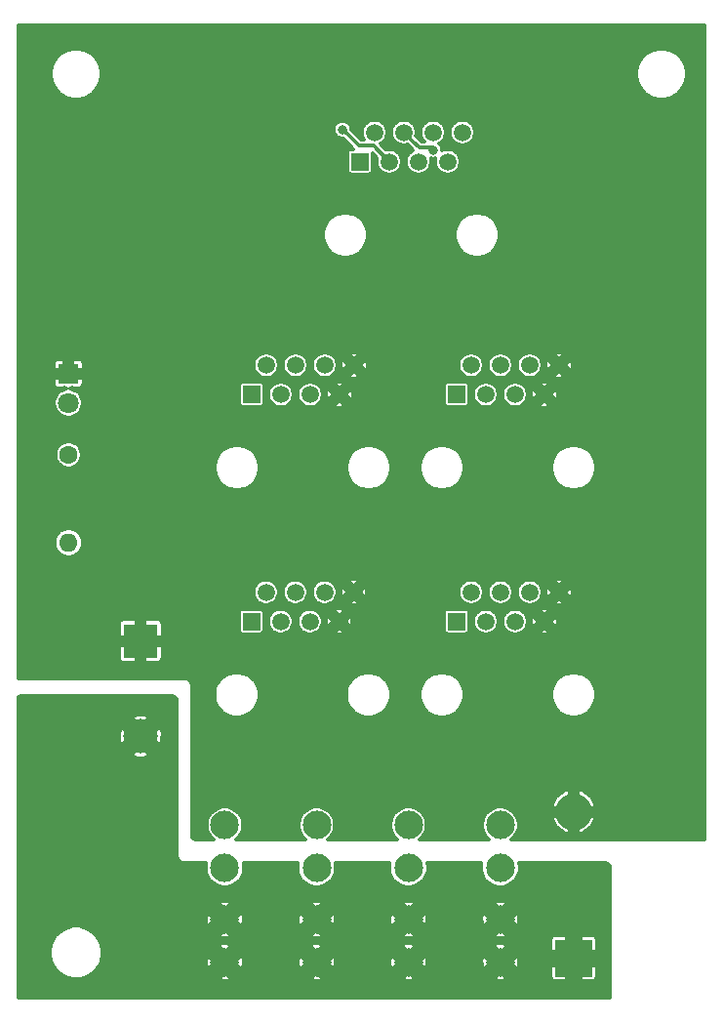
<source format=gbr>
G04 #@! TF.GenerationSoftware,KiCad,Pcbnew,(5.1.5)-3*
G04 #@! TF.CreationDate,2020-04-27T22:49:14-04:00*
G04 #@! TF.ProjectId,Pwr_Diff_Breakout,5077725f-4469-4666-965f-427265616b6f,v1*
G04 #@! TF.SameCoordinates,Original*
G04 #@! TF.FileFunction,Copper,L2,Bot*
G04 #@! TF.FilePolarity,Positive*
%FSLAX46Y46*%
G04 Gerber Fmt 4.6, Leading zero omitted, Abs format (unit mm)*
G04 Created by KiCad (PCBNEW (5.1.5)-3) date 2020-04-27 22:49:14*
%MOMM*%
%LPD*%
G04 APERTURE LIST*
%ADD10C,1.500000*%
%ADD11R,1.500000X1.500000*%
%ADD12R,3.000000X3.000000*%
%ADD13C,3.000000*%
%ADD14C,2.475000*%
%ADD15C,1.800000*%
%ADD16R,1.800000X1.800000*%
%ADD17O,1.600000X1.600000*%
%ADD18C,1.600000*%
%ADD19O,3.200000X3.200000*%
%ADD20R,3.200000X3.200000*%
%ADD21C,0.800000*%
%ADD22C,0.350000*%
%ADD23C,0.300000*%
G04 APERTURE END LIST*
D10*
X110219000Y-78299800D03*
X108949000Y-80839800D03*
X107679000Y-78299800D03*
X106409000Y-80839800D03*
X105139000Y-78299800D03*
X103869000Y-80839800D03*
X102599000Y-78299800D03*
D11*
X101329000Y-80839800D03*
D12*
X82287200Y-122419840D03*
D13*
X82287200Y-130669760D03*
D14*
X113501000Y-138367800D03*
X113501000Y-150267800D03*
X113501000Y-142067800D03*
X113501000Y-146567800D03*
X105534332Y-138367800D03*
X105534332Y-150267800D03*
X105534332Y-142067800D03*
X105534332Y-146567800D03*
X89601000Y-138367800D03*
X89601000Y-150267800D03*
X89601000Y-142067800D03*
X89601000Y-146567800D03*
X97567666Y-138367800D03*
X97567666Y-150267800D03*
X97567666Y-142067800D03*
X97567666Y-146567800D03*
D10*
X100821000Y-98492800D03*
X99551000Y-101032800D03*
X98281000Y-98492800D03*
X97011000Y-101032800D03*
X95741000Y-98492800D03*
X94471000Y-101032800D03*
X93201000Y-98492800D03*
D11*
X91931000Y-101032800D03*
D10*
X100791000Y-118177800D03*
X99521000Y-120717800D03*
X98251000Y-118177800D03*
X96981000Y-120717800D03*
X95711000Y-118177800D03*
X94441000Y-120717800D03*
X93171000Y-118177800D03*
D11*
X91901000Y-120717800D03*
D10*
X118601000Y-118177800D03*
X117331000Y-120717800D03*
X116061000Y-118177800D03*
X114791000Y-120717800D03*
X113521000Y-118177800D03*
X112251000Y-120717800D03*
X110981000Y-118177800D03*
D11*
X109711000Y-120717800D03*
D10*
X118601000Y-98492800D03*
X117331000Y-101032800D03*
X116061000Y-98492800D03*
X114791000Y-101032800D03*
X113521000Y-98492800D03*
X112251000Y-101032800D03*
X110981000Y-98492800D03*
D11*
X109711000Y-101032800D03*
D15*
X76029000Y-101772800D03*
D16*
X76029000Y-99232800D03*
D17*
X76049000Y-113882800D03*
D18*
X76049000Y-106262800D03*
D19*
X119871000Y-137227800D03*
D20*
X119871000Y-149927800D03*
D21*
X99805000Y-78045800D03*
X107679000Y-79823800D03*
D22*
X102490995Y-79461795D02*
X101220995Y-79461795D01*
X103869000Y-80839800D02*
X102490995Y-79461795D01*
X100204999Y-78445799D02*
X99805000Y-78045800D01*
X101220995Y-79461795D02*
X100204999Y-78445799D01*
X105888999Y-79049799D02*
X105139000Y-78299800D01*
X106457000Y-79617800D02*
X105888999Y-79049799D01*
X107679000Y-79823800D02*
X107473000Y-79617800D01*
X107473000Y-79617800D02*
X106457000Y-79617800D01*
D23*
G36*
X85165324Y-127231250D02*
G01*
X85251351Y-127266883D01*
X85325228Y-127323572D01*
X85381917Y-127397449D01*
X85417550Y-127483476D01*
X85431000Y-127585634D01*
X85431000Y-141037800D01*
X85432283Y-141057379D01*
X85449593Y-141188859D01*
X85459728Y-141226682D01*
X85510477Y-141349202D01*
X85530056Y-141383115D01*
X85610787Y-141488325D01*
X85638475Y-141516013D01*
X85743685Y-141596744D01*
X85777598Y-141616323D01*
X85900118Y-141667072D01*
X85937941Y-141677207D01*
X86069421Y-141694517D01*
X86089000Y-141695800D01*
X87954435Y-141695800D01*
X87913500Y-141901596D01*
X87913500Y-142234004D01*
X87978350Y-142560026D01*
X88105557Y-142867131D01*
X88290233Y-143143518D01*
X88525282Y-143378567D01*
X88801669Y-143563243D01*
X89108774Y-143690450D01*
X89434796Y-143755300D01*
X89767204Y-143755300D01*
X90093226Y-143690450D01*
X90400331Y-143563243D01*
X90676718Y-143378567D01*
X90911767Y-143143518D01*
X91096443Y-142867131D01*
X91223650Y-142560026D01*
X91288500Y-142234004D01*
X91288500Y-141901596D01*
X91247565Y-141695800D01*
X95921101Y-141695800D01*
X95880166Y-141901596D01*
X95880166Y-142234004D01*
X95945016Y-142560026D01*
X96072223Y-142867131D01*
X96256899Y-143143518D01*
X96491948Y-143378567D01*
X96768335Y-143563243D01*
X97075440Y-143690450D01*
X97401462Y-143755300D01*
X97733870Y-143755300D01*
X98059892Y-143690450D01*
X98366997Y-143563243D01*
X98643384Y-143378567D01*
X98878433Y-143143518D01*
X99063109Y-142867131D01*
X99190316Y-142560026D01*
X99255166Y-142234004D01*
X99255166Y-141901596D01*
X99214231Y-141695800D01*
X103887767Y-141695800D01*
X103846832Y-141901596D01*
X103846832Y-142234004D01*
X103911682Y-142560026D01*
X104038889Y-142867131D01*
X104223565Y-143143518D01*
X104458614Y-143378567D01*
X104735001Y-143563243D01*
X105042106Y-143690450D01*
X105368128Y-143755300D01*
X105700536Y-143755300D01*
X106026558Y-143690450D01*
X106333663Y-143563243D01*
X106610050Y-143378567D01*
X106845099Y-143143518D01*
X107029775Y-142867131D01*
X107156982Y-142560026D01*
X107221832Y-142234004D01*
X107221832Y-141901596D01*
X107180897Y-141695800D01*
X111854435Y-141695800D01*
X111813500Y-141901596D01*
X111813500Y-142234004D01*
X111878350Y-142560026D01*
X112005557Y-142867131D01*
X112190233Y-143143518D01*
X112425282Y-143378567D01*
X112701669Y-143563243D01*
X113008774Y-143690450D01*
X113334796Y-143755300D01*
X113667204Y-143755300D01*
X113993226Y-143690450D01*
X114300331Y-143563243D01*
X114576718Y-143378567D01*
X114811767Y-143143518D01*
X114996443Y-142867131D01*
X115123650Y-142560026D01*
X115188500Y-142234004D01*
X115188500Y-141901596D01*
X115147565Y-141695800D01*
X122655166Y-141695800D01*
X122757324Y-141709250D01*
X122843351Y-141744883D01*
X122917228Y-141801572D01*
X122973917Y-141875449D01*
X123009550Y-141961476D01*
X123023000Y-142063634D01*
X123023000Y-153219966D01*
X123009550Y-153322124D01*
X122992702Y-153362800D01*
X71732000Y-153362800D01*
X71732000Y-149193270D01*
X74391000Y-149193270D01*
X74391000Y-149646330D01*
X74479387Y-150090685D01*
X74652766Y-150509259D01*
X74904473Y-150885965D01*
X75224835Y-151206327D01*
X75601541Y-151458034D01*
X76020115Y-151631413D01*
X76464470Y-151719800D01*
X76917530Y-151719800D01*
X77021486Y-151699122D01*
X89018206Y-151699122D01*
X89185848Y-151859989D01*
X89504446Y-151910388D01*
X89826754Y-151897663D01*
X90016152Y-151859989D01*
X90183794Y-151699122D01*
X96984872Y-151699122D01*
X97152514Y-151859989D01*
X97471112Y-151910388D01*
X97793420Y-151897663D01*
X97982818Y-151859989D01*
X98150460Y-151699122D01*
X104951538Y-151699122D01*
X105119180Y-151859989D01*
X105437778Y-151910388D01*
X105760086Y-151897663D01*
X105949484Y-151859989D01*
X106117126Y-151699122D01*
X112918206Y-151699122D01*
X113085848Y-151859989D01*
X113404446Y-151910388D01*
X113726754Y-151897663D01*
X113916152Y-151859989D01*
X114083794Y-151699122D01*
X113912472Y-151527800D01*
X117869065Y-151527800D01*
X117876788Y-151606214D01*
X117899660Y-151681614D01*
X117936803Y-151751103D01*
X117986789Y-151812011D01*
X118047697Y-151861997D01*
X118117186Y-151899140D01*
X118192586Y-151922012D01*
X118271000Y-151929735D01*
X119171000Y-151927800D01*
X119271000Y-151827800D01*
X119271000Y-150527800D01*
X120471000Y-150527800D01*
X120471000Y-151827800D01*
X120571000Y-151927800D01*
X121471000Y-151929735D01*
X121549414Y-151922012D01*
X121624814Y-151899140D01*
X121694303Y-151861997D01*
X121755211Y-151812011D01*
X121805197Y-151751103D01*
X121842340Y-151681614D01*
X121865212Y-151606214D01*
X121872935Y-151527800D01*
X121871000Y-150627800D01*
X121771000Y-150527800D01*
X120471000Y-150527800D01*
X119271000Y-150527800D01*
X117971000Y-150527800D01*
X117871000Y-150627800D01*
X117869065Y-151527800D01*
X113912472Y-151527800D01*
X113501000Y-151116328D01*
X112918206Y-151699122D01*
X106117126Y-151699122D01*
X105534332Y-151116328D01*
X104951538Y-151699122D01*
X98150460Y-151699122D01*
X97567666Y-151116328D01*
X96984872Y-151699122D01*
X90183794Y-151699122D01*
X89601000Y-151116328D01*
X89018206Y-151699122D01*
X77021486Y-151699122D01*
X77361885Y-151631413D01*
X77780459Y-151458034D01*
X78157165Y-151206327D01*
X78477527Y-150885965D01*
X78729234Y-150509259D01*
X78869243Y-150171246D01*
X87958412Y-150171246D01*
X87971137Y-150493554D01*
X88008811Y-150682952D01*
X88169678Y-150850594D01*
X88752472Y-150267800D01*
X90449528Y-150267800D01*
X91032322Y-150850594D01*
X91193189Y-150682952D01*
X91243588Y-150364354D01*
X91235964Y-150171246D01*
X95925078Y-150171246D01*
X95937803Y-150493554D01*
X95975477Y-150682952D01*
X96136344Y-150850594D01*
X96719138Y-150267800D01*
X98416194Y-150267800D01*
X98998988Y-150850594D01*
X99159855Y-150682952D01*
X99210254Y-150364354D01*
X99202630Y-150171246D01*
X103891744Y-150171246D01*
X103904469Y-150493554D01*
X103942143Y-150682952D01*
X104103010Y-150850594D01*
X104685804Y-150267800D01*
X106382860Y-150267800D01*
X106965654Y-150850594D01*
X107126521Y-150682952D01*
X107176920Y-150364354D01*
X107169296Y-150171246D01*
X111858412Y-150171246D01*
X111871137Y-150493554D01*
X111908811Y-150682952D01*
X112069678Y-150850594D01*
X112652472Y-150267800D01*
X114349528Y-150267800D01*
X114932322Y-150850594D01*
X115093189Y-150682952D01*
X115143588Y-150364354D01*
X115130863Y-150042046D01*
X115093189Y-149852648D01*
X114932322Y-149685006D01*
X114349528Y-150267800D01*
X112652472Y-150267800D01*
X112069678Y-149685006D01*
X111908811Y-149852648D01*
X111858412Y-150171246D01*
X107169296Y-150171246D01*
X107164195Y-150042046D01*
X107126521Y-149852648D01*
X106965654Y-149685006D01*
X106382860Y-150267800D01*
X104685804Y-150267800D01*
X104103010Y-149685006D01*
X103942143Y-149852648D01*
X103891744Y-150171246D01*
X99202630Y-150171246D01*
X99197529Y-150042046D01*
X99159855Y-149852648D01*
X98998988Y-149685006D01*
X98416194Y-150267800D01*
X96719138Y-150267800D01*
X96136344Y-149685006D01*
X95975477Y-149852648D01*
X95925078Y-150171246D01*
X91235964Y-150171246D01*
X91230863Y-150042046D01*
X91193189Y-149852648D01*
X91032322Y-149685006D01*
X90449528Y-150267800D01*
X88752472Y-150267800D01*
X88169678Y-149685006D01*
X88008811Y-149852648D01*
X87958412Y-150171246D01*
X78869243Y-150171246D01*
X78902613Y-150090685D01*
X78991000Y-149646330D01*
X78991000Y-149193270D01*
X78920031Y-148836478D01*
X89018206Y-148836478D01*
X89601000Y-149419272D01*
X90183794Y-148836478D01*
X96984872Y-148836478D01*
X97567666Y-149419272D01*
X98150460Y-148836478D01*
X104951538Y-148836478D01*
X105534332Y-149419272D01*
X106117126Y-148836478D01*
X112918206Y-148836478D01*
X113501000Y-149419272D01*
X114083794Y-148836478D01*
X113916152Y-148675611D01*
X113597554Y-148625212D01*
X113275246Y-148637937D01*
X113085848Y-148675611D01*
X112918206Y-148836478D01*
X106117126Y-148836478D01*
X105949484Y-148675611D01*
X105630886Y-148625212D01*
X105308578Y-148637937D01*
X105119180Y-148675611D01*
X104951538Y-148836478D01*
X98150460Y-148836478D01*
X97982818Y-148675611D01*
X97664220Y-148625212D01*
X97341912Y-148637937D01*
X97152514Y-148675611D01*
X96984872Y-148836478D01*
X90183794Y-148836478D01*
X90016152Y-148675611D01*
X89697554Y-148625212D01*
X89375246Y-148637937D01*
X89185848Y-148675611D01*
X89018206Y-148836478D01*
X78920031Y-148836478D01*
X78902613Y-148748915D01*
X78729234Y-148330341D01*
X78727537Y-148327800D01*
X117869065Y-148327800D01*
X117871000Y-149227800D01*
X117971000Y-149327800D01*
X119271000Y-149327800D01*
X119271000Y-148027800D01*
X120471000Y-148027800D01*
X120471000Y-149327800D01*
X121771000Y-149327800D01*
X121871000Y-149227800D01*
X121872935Y-148327800D01*
X121865212Y-148249386D01*
X121842340Y-148173986D01*
X121805197Y-148104497D01*
X121755211Y-148043589D01*
X121694303Y-147993603D01*
X121624814Y-147956460D01*
X121549414Y-147933588D01*
X121471000Y-147925865D01*
X120571000Y-147927800D01*
X120471000Y-148027800D01*
X119271000Y-148027800D01*
X119171000Y-147927800D01*
X118271000Y-147925865D01*
X118192586Y-147933588D01*
X118117186Y-147956460D01*
X118047697Y-147993603D01*
X117986789Y-148043589D01*
X117936803Y-148104497D01*
X117899660Y-148173986D01*
X117876788Y-148249386D01*
X117869065Y-148327800D01*
X78727537Y-148327800D01*
X78507921Y-147999122D01*
X89018206Y-147999122D01*
X89185848Y-148159989D01*
X89504446Y-148210388D01*
X89826754Y-148197663D01*
X90016152Y-148159989D01*
X90183794Y-147999122D01*
X96984872Y-147999122D01*
X97152514Y-148159989D01*
X97471112Y-148210388D01*
X97793420Y-148197663D01*
X97982818Y-148159989D01*
X98150460Y-147999122D01*
X104951538Y-147999122D01*
X105119180Y-148159989D01*
X105437778Y-148210388D01*
X105760086Y-148197663D01*
X105949484Y-148159989D01*
X106117126Y-147999122D01*
X112918206Y-147999122D01*
X113085848Y-148159989D01*
X113404446Y-148210388D01*
X113726754Y-148197663D01*
X113916152Y-148159989D01*
X114083794Y-147999122D01*
X113501000Y-147416328D01*
X112918206Y-147999122D01*
X106117126Y-147999122D01*
X105534332Y-147416328D01*
X104951538Y-147999122D01*
X98150460Y-147999122D01*
X97567666Y-147416328D01*
X96984872Y-147999122D01*
X90183794Y-147999122D01*
X89601000Y-147416328D01*
X89018206Y-147999122D01*
X78507921Y-147999122D01*
X78477527Y-147953635D01*
X78157165Y-147633273D01*
X77780459Y-147381566D01*
X77361885Y-147208187D01*
X76917530Y-147119800D01*
X76464470Y-147119800D01*
X76020115Y-147208187D01*
X75601541Y-147381566D01*
X75224835Y-147633273D01*
X74904473Y-147953635D01*
X74652766Y-148330341D01*
X74479387Y-148748915D01*
X74391000Y-149193270D01*
X71732000Y-149193270D01*
X71732000Y-146471246D01*
X87958412Y-146471246D01*
X87971137Y-146793554D01*
X88008811Y-146982952D01*
X88169678Y-147150594D01*
X88752472Y-146567800D01*
X90449528Y-146567800D01*
X91032322Y-147150594D01*
X91193189Y-146982952D01*
X91243588Y-146664354D01*
X91235964Y-146471246D01*
X95925078Y-146471246D01*
X95937803Y-146793554D01*
X95975477Y-146982952D01*
X96136344Y-147150594D01*
X96719138Y-146567800D01*
X98416194Y-146567800D01*
X98998988Y-147150594D01*
X99159855Y-146982952D01*
X99210254Y-146664354D01*
X99202630Y-146471246D01*
X103891744Y-146471246D01*
X103904469Y-146793554D01*
X103942143Y-146982952D01*
X104103010Y-147150594D01*
X104685804Y-146567800D01*
X106382860Y-146567800D01*
X106965654Y-147150594D01*
X107126521Y-146982952D01*
X107176920Y-146664354D01*
X107169296Y-146471246D01*
X111858412Y-146471246D01*
X111871137Y-146793554D01*
X111908811Y-146982952D01*
X112069678Y-147150594D01*
X112652472Y-146567800D01*
X114349528Y-146567800D01*
X114932322Y-147150594D01*
X115093189Y-146982952D01*
X115143588Y-146664354D01*
X115130863Y-146342046D01*
X115093189Y-146152648D01*
X114932322Y-145985006D01*
X114349528Y-146567800D01*
X112652472Y-146567800D01*
X112069678Y-145985006D01*
X111908811Y-146152648D01*
X111858412Y-146471246D01*
X107169296Y-146471246D01*
X107164195Y-146342046D01*
X107126521Y-146152648D01*
X106965654Y-145985006D01*
X106382860Y-146567800D01*
X104685804Y-146567800D01*
X104103010Y-145985006D01*
X103942143Y-146152648D01*
X103891744Y-146471246D01*
X99202630Y-146471246D01*
X99197529Y-146342046D01*
X99159855Y-146152648D01*
X98998988Y-145985006D01*
X98416194Y-146567800D01*
X96719138Y-146567800D01*
X96136344Y-145985006D01*
X95975477Y-146152648D01*
X95925078Y-146471246D01*
X91235964Y-146471246D01*
X91230863Y-146342046D01*
X91193189Y-146152648D01*
X91032322Y-145985006D01*
X90449528Y-146567800D01*
X88752472Y-146567800D01*
X88169678Y-145985006D01*
X88008811Y-146152648D01*
X87958412Y-146471246D01*
X71732000Y-146471246D01*
X71732000Y-145136478D01*
X89018206Y-145136478D01*
X89601000Y-145719272D01*
X90183794Y-145136478D01*
X96984872Y-145136478D01*
X97567666Y-145719272D01*
X98150460Y-145136478D01*
X104951538Y-145136478D01*
X105534332Y-145719272D01*
X106117126Y-145136478D01*
X112918206Y-145136478D01*
X113501000Y-145719272D01*
X114083794Y-145136478D01*
X113916152Y-144975611D01*
X113597554Y-144925212D01*
X113275246Y-144937937D01*
X113085848Y-144975611D01*
X112918206Y-145136478D01*
X106117126Y-145136478D01*
X105949484Y-144975611D01*
X105630886Y-144925212D01*
X105308578Y-144937937D01*
X105119180Y-144975611D01*
X104951538Y-145136478D01*
X98150460Y-145136478D01*
X97982818Y-144975611D01*
X97664220Y-144925212D01*
X97341912Y-144937937D01*
X97152514Y-144975611D01*
X96984872Y-145136478D01*
X90183794Y-145136478D01*
X90016152Y-144975611D01*
X89697554Y-144925212D01*
X89375246Y-144937937D01*
X89185848Y-144975611D01*
X89018206Y-145136478D01*
X71732000Y-145136478D01*
X71732000Y-132300917D01*
X81504571Y-132300917D01*
X81707272Y-132488744D01*
X82073281Y-132566931D01*
X82447511Y-132572211D01*
X82815581Y-132504380D01*
X82867128Y-132488744D01*
X83069829Y-132300917D01*
X82287200Y-131518288D01*
X81504571Y-132300917D01*
X71732000Y-132300917D01*
X71732000Y-130830071D01*
X80384749Y-130830071D01*
X80452580Y-131198141D01*
X80468216Y-131249688D01*
X80656043Y-131452389D01*
X81438672Y-130669760D01*
X83135728Y-130669760D01*
X83918357Y-131452389D01*
X84106184Y-131249688D01*
X84184371Y-130883679D01*
X84189651Y-130509449D01*
X84121820Y-130141379D01*
X84106184Y-130089832D01*
X83918357Y-129887131D01*
X83135728Y-130669760D01*
X81438672Y-130669760D01*
X80656043Y-129887131D01*
X80468216Y-130089832D01*
X80390029Y-130455841D01*
X80384749Y-130830071D01*
X71732000Y-130830071D01*
X71732000Y-129038603D01*
X81504571Y-129038603D01*
X82287200Y-129821232D01*
X83069829Y-129038603D01*
X82867128Y-128850776D01*
X82501119Y-128772589D01*
X82126889Y-128767309D01*
X81758819Y-128835140D01*
X81707272Y-128850776D01*
X81504571Y-129038603D01*
X71732000Y-129038603D01*
X71732000Y-127248098D01*
X71772676Y-127231250D01*
X71874834Y-127217800D01*
X85063166Y-127217800D01*
X85165324Y-127231250D01*
G37*
X85165324Y-127231250D02*
X85251351Y-127266883D01*
X85325228Y-127323572D01*
X85381917Y-127397449D01*
X85417550Y-127483476D01*
X85431000Y-127585634D01*
X85431000Y-141037800D01*
X85432283Y-141057379D01*
X85449593Y-141188859D01*
X85459728Y-141226682D01*
X85510477Y-141349202D01*
X85530056Y-141383115D01*
X85610787Y-141488325D01*
X85638475Y-141516013D01*
X85743685Y-141596744D01*
X85777598Y-141616323D01*
X85900118Y-141667072D01*
X85937941Y-141677207D01*
X86069421Y-141694517D01*
X86089000Y-141695800D01*
X87954435Y-141695800D01*
X87913500Y-141901596D01*
X87913500Y-142234004D01*
X87978350Y-142560026D01*
X88105557Y-142867131D01*
X88290233Y-143143518D01*
X88525282Y-143378567D01*
X88801669Y-143563243D01*
X89108774Y-143690450D01*
X89434796Y-143755300D01*
X89767204Y-143755300D01*
X90093226Y-143690450D01*
X90400331Y-143563243D01*
X90676718Y-143378567D01*
X90911767Y-143143518D01*
X91096443Y-142867131D01*
X91223650Y-142560026D01*
X91288500Y-142234004D01*
X91288500Y-141901596D01*
X91247565Y-141695800D01*
X95921101Y-141695800D01*
X95880166Y-141901596D01*
X95880166Y-142234004D01*
X95945016Y-142560026D01*
X96072223Y-142867131D01*
X96256899Y-143143518D01*
X96491948Y-143378567D01*
X96768335Y-143563243D01*
X97075440Y-143690450D01*
X97401462Y-143755300D01*
X97733870Y-143755300D01*
X98059892Y-143690450D01*
X98366997Y-143563243D01*
X98643384Y-143378567D01*
X98878433Y-143143518D01*
X99063109Y-142867131D01*
X99190316Y-142560026D01*
X99255166Y-142234004D01*
X99255166Y-141901596D01*
X99214231Y-141695800D01*
X103887767Y-141695800D01*
X103846832Y-141901596D01*
X103846832Y-142234004D01*
X103911682Y-142560026D01*
X104038889Y-142867131D01*
X104223565Y-143143518D01*
X104458614Y-143378567D01*
X104735001Y-143563243D01*
X105042106Y-143690450D01*
X105368128Y-143755300D01*
X105700536Y-143755300D01*
X106026558Y-143690450D01*
X106333663Y-143563243D01*
X106610050Y-143378567D01*
X106845099Y-143143518D01*
X107029775Y-142867131D01*
X107156982Y-142560026D01*
X107221832Y-142234004D01*
X107221832Y-141901596D01*
X107180897Y-141695800D01*
X111854435Y-141695800D01*
X111813500Y-141901596D01*
X111813500Y-142234004D01*
X111878350Y-142560026D01*
X112005557Y-142867131D01*
X112190233Y-143143518D01*
X112425282Y-143378567D01*
X112701669Y-143563243D01*
X113008774Y-143690450D01*
X113334796Y-143755300D01*
X113667204Y-143755300D01*
X113993226Y-143690450D01*
X114300331Y-143563243D01*
X114576718Y-143378567D01*
X114811767Y-143143518D01*
X114996443Y-142867131D01*
X115123650Y-142560026D01*
X115188500Y-142234004D01*
X115188500Y-141901596D01*
X115147565Y-141695800D01*
X122655166Y-141695800D01*
X122757324Y-141709250D01*
X122843351Y-141744883D01*
X122917228Y-141801572D01*
X122973917Y-141875449D01*
X123009550Y-141961476D01*
X123023000Y-142063634D01*
X123023000Y-153219966D01*
X123009550Y-153322124D01*
X122992702Y-153362800D01*
X71732000Y-153362800D01*
X71732000Y-149193270D01*
X74391000Y-149193270D01*
X74391000Y-149646330D01*
X74479387Y-150090685D01*
X74652766Y-150509259D01*
X74904473Y-150885965D01*
X75224835Y-151206327D01*
X75601541Y-151458034D01*
X76020115Y-151631413D01*
X76464470Y-151719800D01*
X76917530Y-151719800D01*
X77021486Y-151699122D01*
X89018206Y-151699122D01*
X89185848Y-151859989D01*
X89504446Y-151910388D01*
X89826754Y-151897663D01*
X90016152Y-151859989D01*
X90183794Y-151699122D01*
X96984872Y-151699122D01*
X97152514Y-151859989D01*
X97471112Y-151910388D01*
X97793420Y-151897663D01*
X97982818Y-151859989D01*
X98150460Y-151699122D01*
X104951538Y-151699122D01*
X105119180Y-151859989D01*
X105437778Y-151910388D01*
X105760086Y-151897663D01*
X105949484Y-151859989D01*
X106117126Y-151699122D01*
X112918206Y-151699122D01*
X113085848Y-151859989D01*
X113404446Y-151910388D01*
X113726754Y-151897663D01*
X113916152Y-151859989D01*
X114083794Y-151699122D01*
X113912472Y-151527800D01*
X117869065Y-151527800D01*
X117876788Y-151606214D01*
X117899660Y-151681614D01*
X117936803Y-151751103D01*
X117986789Y-151812011D01*
X118047697Y-151861997D01*
X118117186Y-151899140D01*
X118192586Y-151922012D01*
X118271000Y-151929735D01*
X119171000Y-151927800D01*
X119271000Y-151827800D01*
X119271000Y-150527800D01*
X120471000Y-150527800D01*
X120471000Y-151827800D01*
X120571000Y-151927800D01*
X121471000Y-151929735D01*
X121549414Y-151922012D01*
X121624814Y-151899140D01*
X121694303Y-151861997D01*
X121755211Y-151812011D01*
X121805197Y-151751103D01*
X121842340Y-151681614D01*
X121865212Y-151606214D01*
X121872935Y-151527800D01*
X121871000Y-150627800D01*
X121771000Y-150527800D01*
X120471000Y-150527800D01*
X119271000Y-150527800D01*
X117971000Y-150527800D01*
X117871000Y-150627800D01*
X117869065Y-151527800D01*
X113912472Y-151527800D01*
X113501000Y-151116328D01*
X112918206Y-151699122D01*
X106117126Y-151699122D01*
X105534332Y-151116328D01*
X104951538Y-151699122D01*
X98150460Y-151699122D01*
X97567666Y-151116328D01*
X96984872Y-151699122D01*
X90183794Y-151699122D01*
X89601000Y-151116328D01*
X89018206Y-151699122D01*
X77021486Y-151699122D01*
X77361885Y-151631413D01*
X77780459Y-151458034D01*
X78157165Y-151206327D01*
X78477527Y-150885965D01*
X78729234Y-150509259D01*
X78869243Y-150171246D01*
X87958412Y-150171246D01*
X87971137Y-150493554D01*
X88008811Y-150682952D01*
X88169678Y-150850594D01*
X88752472Y-150267800D01*
X90449528Y-150267800D01*
X91032322Y-150850594D01*
X91193189Y-150682952D01*
X91243588Y-150364354D01*
X91235964Y-150171246D01*
X95925078Y-150171246D01*
X95937803Y-150493554D01*
X95975477Y-150682952D01*
X96136344Y-150850594D01*
X96719138Y-150267800D01*
X98416194Y-150267800D01*
X98998988Y-150850594D01*
X99159855Y-150682952D01*
X99210254Y-150364354D01*
X99202630Y-150171246D01*
X103891744Y-150171246D01*
X103904469Y-150493554D01*
X103942143Y-150682952D01*
X104103010Y-150850594D01*
X104685804Y-150267800D01*
X106382860Y-150267800D01*
X106965654Y-150850594D01*
X107126521Y-150682952D01*
X107176920Y-150364354D01*
X107169296Y-150171246D01*
X111858412Y-150171246D01*
X111871137Y-150493554D01*
X111908811Y-150682952D01*
X112069678Y-150850594D01*
X112652472Y-150267800D01*
X114349528Y-150267800D01*
X114932322Y-150850594D01*
X115093189Y-150682952D01*
X115143588Y-150364354D01*
X115130863Y-150042046D01*
X115093189Y-149852648D01*
X114932322Y-149685006D01*
X114349528Y-150267800D01*
X112652472Y-150267800D01*
X112069678Y-149685006D01*
X111908811Y-149852648D01*
X111858412Y-150171246D01*
X107169296Y-150171246D01*
X107164195Y-150042046D01*
X107126521Y-149852648D01*
X106965654Y-149685006D01*
X106382860Y-150267800D01*
X104685804Y-150267800D01*
X104103010Y-149685006D01*
X103942143Y-149852648D01*
X103891744Y-150171246D01*
X99202630Y-150171246D01*
X99197529Y-150042046D01*
X99159855Y-149852648D01*
X98998988Y-149685006D01*
X98416194Y-150267800D01*
X96719138Y-150267800D01*
X96136344Y-149685006D01*
X95975477Y-149852648D01*
X95925078Y-150171246D01*
X91235964Y-150171246D01*
X91230863Y-150042046D01*
X91193189Y-149852648D01*
X91032322Y-149685006D01*
X90449528Y-150267800D01*
X88752472Y-150267800D01*
X88169678Y-149685006D01*
X88008811Y-149852648D01*
X87958412Y-150171246D01*
X78869243Y-150171246D01*
X78902613Y-150090685D01*
X78991000Y-149646330D01*
X78991000Y-149193270D01*
X78920031Y-148836478D01*
X89018206Y-148836478D01*
X89601000Y-149419272D01*
X90183794Y-148836478D01*
X96984872Y-148836478D01*
X97567666Y-149419272D01*
X98150460Y-148836478D01*
X104951538Y-148836478D01*
X105534332Y-149419272D01*
X106117126Y-148836478D01*
X112918206Y-148836478D01*
X113501000Y-149419272D01*
X114083794Y-148836478D01*
X113916152Y-148675611D01*
X113597554Y-148625212D01*
X113275246Y-148637937D01*
X113085848Y-148675611D01*
X112918206Y-148836478D01*
X106117126Y-148836478D01*
X105949484Y-148675611D01*
X105630886Y-148625212D01*
X105308578Y-148637937D01*
X105119180Y-148675611D01*
X104951538Y-148836478D01*
X98150460Y-148836478D01*
X97982818Y-148675611D01*
X97664220Y-148625212D01*
X97341912Y-148637937D01*
X97152514Y-148675611D01*
X96984872Y-148836478D01*
X90183794Y-148836478D01*
X90016152Y-148675611D01*
X89697554Y-148625212D01*
X89375246Y-148637937D01*
X89185848Y-148675611D01*
X89018206Y-148836478D01*
X78920031Y-148836478D01*
X78902613Y-148748915D01*
X78729234Y-148330341D01*
X78727537Y-148327800D01*
X117869065Y-148327800D01*
X117871000Y-149227800D01*
X117971000Y-149327800D01*
X119271000Y-149327800D01*
X119271000Y-148027800D01*
X120471000Y-148027800D01*
X120471000Y-149327800D01*
X121771000Y-149327800D01*
X121871000Y-149227800D01*
X121872935Y-148327800D01*
X121865212Y-148249386D01*
X121842340Y-148173986D01*
X121805197Y-148104497D01*
X121755211Y-148043589D01*
X121694303Y-147993603D01*
X121624814Y-147956460D01*
X121549414Y-147933588D01*
X121471000Y-147925865D01*
X120571000Y-147927800D01*
X120471000Y-148027800D01*
X119271000Y-148027800D01*
X119171000Y-147927800D01*
X118271000Y-147925865D01*
X118192586Y-147933588D01*
X118117186Y-147956460D01*
X118047697Y-147993603D01*
X117986789Y-148043589D01*
X117936803Y-148104497D01*
X117899660Y-148173986D01*
X117876788Y-148249386D01*
X117869065Y-148327800D01*
X78727537Y-148327800D01*
X78507921Y-147999122D01*
X89018206Y-147999122D01*
X89185848Y-148159989D01*
X89504446Y-148210388D01*
X89826754Y-148197663D01*
X90016152Y-148159989D01*
X90183794Y-147999122D01*
X96984872Y-147999122D01*
X97152514Y-148159989D01*
X97471112Y-148210388D01*
X97793420Y-148197663D01*
X97982818Y-148159989D01*
X98150460Y-147999122D01*
X104951538Y-147999122D01*
X105119180Y-148159989D01*
X105437778Y-148210388D01*
X105760086Y-148197663D01*
X105949484Y-148159989D01*
X106117126Y-147999122D01*
X112918206Y-147999122D01*
X113085848Y-148159989D01*
X113404446Y-148210388D01*
X113726754Y-148197663D01*
X113916152Y-148159989D01*
X114083794Y-147999122D01*
X113501000Y-147416328D01*
X112918206Y-147999122D01*
X106117126Y-147999122D01*
X105534332Y-147416328D01*
X104951538Y-147999122D01*
X98150460Y-147999122D01*
X97567666Y-147416328D01*
X96984872Y-147999122D01*
X90183794Y-147999122D01*
X89601000Y-147416328D01*
X89018206Y-147999122D01*
X78507921Y-147999122D01*
X78477527Y-147953635D01*
X78157165Y-147633273D01*
X77780459Y-147381566D01*
X77361885Y-147208187D01*
X76917530Y-147119800D01*
X76464470Y-147119800D01*
X76020115Y-147208187D01*
X75601541Y-147381566D01*
X75224835Y-147633273D01*
X74904473Y-147953635D01*
X74652766Y-148330341D01*
X74479387Y-148748915D01*
X74391000Y-149193270D01*
X71732000Y-149193270D01*
X71732000Y-146471246D01*
X87958412Y-146471246D01*
X87971137Y-146793554D01*
X88008811Y-146982952D01*
X88169678Y-147150594D01*
X88752472Y-146567800D01*
X90449528Y-146567800D01*
X91032322Y-147150594D01*
X91193189Y-146982952D01*
X91243588Y-146664354D01*
X91235964Y-146471246D01*
X95925078Y-146471246D01*
X95937803Y-146793554D01*
X95975477Y-146982952D01*
X96136344Y-147150594D01*
X96719138Y-146567800D01*
X98416194Y-146567800D01*
X98998988Y-147150594D01*
X99159855Y-146982952D01*
X99210254Y-146664354D01*
X99202630Y-146471246D01*
X103891744Y-146471246D01*
X103904469Y-146793554D01*
X103942143Y-146982952D01*
X104103010Y-147150594D01*
X104685804Y-146567800D01*
X106382860Y-146567800D01*
X106965654Y-147150594D01*
X107126521Y-146982952D01*
X107176920Y-146664354D01*
X107169296Y-146471246D01*
X111858412Y-146471246D01*
X111871137Y-146793554D01*
X111908811Y-146982952D01*
X112069678Y-147150594D01*
X112652472Y-146567800D01*
X114349528Y-146567800D01*
X114932322Y-147150594D01*
X115093189Y-146982952D01*
X115143588Y-146664354D01*
X115130863Y-146342046D01*
X115093189Y-146152648D01*
X114932322Y-145985006D01*
X114349528Y-146567800D01*
X112652472Y-146567800D01*
X112069678Y-145985006D01*
X111908811Y-146152648D01*
X111858412Y-146471246D01*
X107169296Y-146471246D01*
X107164195Y-146342046D01*
X107126521Y-146152648D01*
X106965654Y-145985006D01*
X106382860Y-146567800D01*
X104685804Y-146567800D01*
X104103010Y-145985006D01*
X103942143Y-146152648D01*
X103891744Y-146471246D01*
X99202630Y-146471246D01*
X99197529Y-146342046D01*
X99159855Y-146152648D01*
X98998988Y-145985006D01*
X98416194Y-146567800D01*
X96719138Y-146567800D01*
X96136344Y-145985006D01*
X95975477Y-146152648D01*
X95925078Y-146471246D01*
X91235964Y-146471246D01*
X91230863Y-146342046D01*
X91193189Y-146152648D01*
X91032322Y-145985006D01*
X90449528Y-146567800D01*
X88752472Y-146567800D01*
X88169678Y-145985006D01*
X88008811Y-146152648D01*
X87958412Y-146471246D01*
X71732000Y-146471246D01*
X71732000Y-145136478D01*
X89018206Y-145136478D01*
X89601000Y-145719272D01*
X90183794Y-145136478D01*
X96984872Y-145136478D01*
X97567666Y-145719272D01*
X98150460Y-145136478D01*
X104951538Y-145136478D01*
X105534332Y-145719272D01*
X106117126Y-145136478D01*
X112918206Y-145136478D01*
X113501000Y-145719272D01*
X114083794Y-145136478D01*
X113916152Y-144975611D01*
X113597554Y-144925212D01*
X113275246Y-144937937D01*
X113085848Y-144975611D01*
X112918206Y-145136478D01*
X106117126Y-145136478D01*
X105949484Y-144975611D01*
X105630886Y-144925212D01*
X105308578Y-144937937D01*
X105119180Y-144975611D01*
X104951538Y-145136478D01*
X98150460Y-145136478D01*
X97982818Y-144975611D01*
X97664220Y-144925212D01*
X97341912Y-144937937D01*
X97152514Y-144975611D01*
X96984872Y-145136478D01*
X90183794Y-145136478D01*
X90016152Y-144975611D01*
X89697554Y-144925212D01*
X89375246Y-144937937D01*
X89185848Y-144975611D01*
X89018206Y-145136478D01*
X71732000Y-145136478D01*
X71732000Y-132300917D01*
X81504571Y-132300917D01*
X81707272Y-132488744D01*
X82073281Y-132566931D01*
X82447511Y-132572211D01*
X82815581Y-132504380D01*
X82867128Y-132488744D01*
X83069829Y-132300917D01*
X82287200Y-131518288D01*
X81504571Y-132300917D01*
X71732000Y-132300917D01*
X71732000Y-130830071D01*
X80384749Y-130830071D01*
X80452580Y-131198141D01*
X80468216Y-131249688D01*
X80656043Y-131452389D01*
X81438672Y-130669760D01*
X83135728Y-130669760D01*
X83918357Y-131452389D01*
X84106184Y-131249688D01*
X84184371Y-130883679D01*
X84189651Y-130509449D01*
X84121820Y-130141379D01*
X84106184Y-130089832D01*
X83918357Y-129887131D01*
X83135728Y-130669760D01*
X81438672Y-130669760D01*
X80656043Y-129887131D01*
X80468216Y-130089832D01*
X80390029Y-130455841D01*
X80384749Y-130830071D01*
X71732000Y-130830071D01*
X71732000Y-129038603D01*
X81504571Y-129038603D01*
X82287200Y-129821232D01*
X83069829Y-129038603D01*
X82867128Y-128850776D01*
X82501119Y-128772589D01*
X82126889Y-128767309D01*
X81758819Y-128835140D01*
X81707272Y-128850776D01*
X81504571Y-129038603D01*
X71732000Y-129038603D01*
X71732000Y-127248098D01*
X71772676Y-127231250D01*
X71874834Y-127217800D01*
X85063166Y-127217800D01*
X85165324Y-127231250D01*
G36*
X131180000Y-139605051D02*
G01*
X131083166Y-139617800D01*
X114487667Y-139617800D01*
X114512972Y-139600892D01*
X114734092Y-139379772D01*
X114907824Y-139119763D01*
X115027493Y-138830857D01*
X115088500Y-138524155D01*
X115088500Y-138211445D01*
X115027493Y-137904743D01*
X115017880Y-137881533D01*
X117980849Y-137881533D01*
X118144705Y-138237722D01*
X118374901Y-138555100D01*
X118662592Y-138821471D01*
X118996721Y-139026598D01*
X119217268Y-139117942D01*
X119521000Y-139095285D01*
X119521000Y-137577800D01*
X120221000Y-137577800D01*
X120221000Y-139095285D01*
X120524732Y-139117942D01*
X120745279Y-139026598D01*
X121079408Y-138821471D01*
X121367099Y-138555100D01*
X121597295Y-138237722D01*
X121761151Y-137881533D01*
X121740147Y-137577800D01*
X120221000Y-137577800D01*
X119521000Y-137577800D01*
X118001853Y-137577800D01*
X117980849Y-137881533D01*
X115017880Y-137881533D01*
X114907824Y-137615837D01*
X114734092Y-137355828D01*
X114512972Y-137134708D01*
X114252963Y-136960976D01*
X113964057Y-136841307D01*
X113657355Y-136780300D01*
X113344645Y-136780300D01*
X113037943Y-136841307D01*
X112749037Y-136960976D01*
X112489028Y-137134708D01*
X112267908Y-137355828D01*
X112094176Y-137615837D01*
X111974507Y-137904743D01*
X111913500Y-138211445D01*
X111913500Y-138524155D01*
X111974507Y-138830857D01*
X112094176Y-139119763D01*
X112267908Y-139379772D01*
X112489028Y-139600892D01*
X112514333Y-139617800D01*
X106520999Y-139617800D01*
X106546304Y-139600892D01*
X106767424Y-139379772D01*
X106941156Y-139119763D01*
X107060825Y-138830857D01*
X107121832Y-138524155D01*
X107121832Y-138211445D01*
X107060825Y-137904743D01*
X106941156Y-137615837D01*
X106767424Y-137355828D01*
X106546304Y-137134708D01*
X106286295Y-136960976D01*
X105997389Y-136841307D01*
X105690687Y-136780300D01*
X105377977Y-136780300D01*
X105071275Y-136841307D01*
X104782369Y-136960976D01*
X104522360Y-137134708D01*
X104301240Y-137355828D01*
X104127508Y-137615837D01*
X104007839Y-137904743D01*
X103946832Y-138211445D01*
X103946832Y-138524155D01*
X104007839Y-138830857D01*
X104127508Y-139119763D01*
X104301240Y-139379772D01*
X104522360Y-139600892D01*
X104547665Y-139617800D01*
X98554333Y-139617800D01*
X98579638Y-139600892D01*
X98800758Y-139379772D01*
X98974490Y-139119763D01*
X99094159Y-138830857D01*
X99155166Y-138524155D01*
X99155166Y-138211445D01*
X99094159Y-137904743D01*
X98974490Y-137615837D01*
X98800758Y-137355828D01*
X98579638Y-137134708D01*
X98319629Y-136960976D01*
X98030723Y-136841307D01*
X97724021Y-136780300D01*
X97411311Y-136780300D01*
X97104609Y-136841307D01*
X96815703Y-136960976D01*
X96555694Y-137134708D01*
X96334574Y-137355828D01*
X96160842Y-137615837D01*
X96041173Y-137904743D01*
X95980166Y-138211445D01*
X95980166Y-138524155D01*
X96041173Y-138830857D01*
X96160842Y-139119763D01*
X96334574Y-139379772D01*
X96555694Y-139600892D01*
X96580999Y-139617800D01*
X90587667Y-139617800D01*
X90612972Y-139600892D01*
X90834092Y-139379772D01*
X91007824Y-139119763D01*
X91127493Y-138830857D01*
X91188500Y-138524155D01*
X91188500Y-138211445D01*
X91127493Y-137904743D01*
X91007824Y-137615837D01*
X90834092Y-137355828D01*
X90612972Y-137134708D01*
X90352963Y-136960976D01*
X90064057Y-136841307D01*
X89757355Y-136780300D01*
X89444645Y-136780300D01*
X89137943Y-136841307D01*
X88849037Y-136960976D01*
X88589028Y-137134708D01*
X88367908Y-137355828D01*
X88194176Y-137615837D01*
X88074507Y-137904743D01*
X88013500Y-138211445D01*
X88013500Y-138524155D01*
X88074507Y-138830857D01*
X88194176Y-139119763D01*
X88367908Y-139379772D01*
X88589028Y-139600892D01*
X88614333Y-139617800D01*
X87114834Y-139617800D01*
X87012676Y-139604350D01*
X86926649Y-139568717D01*
X86852772Y-139512028D01*
X86796083Y-139438151D01*
X86760450Y-139352124D01*
X86747000Y-139249966D01*
X86747000Y-136574067D01*
X117980849Y-136574067D01*
X118001853Y-136877800D01*
X119521000Y-136877800D01*
X119521000Y-135360315D01*
X120221000Y-135360315D01*
X120221000Y-136877800D01*
X121740147Y-136877800D01*
X121761151Y-136574067D01*
X121597295Y-136217878D01*
X121367099Y-135900500D01*
X121079408Y-135634129D01*
X120745279Y-135429002D01*
X120524732Y-135337658D01*
X120221000Y-135360315D01*
X119521000Y-135360315D01*
X119217268Y-135337658D01*
X118996721Y-135429002D01*
X118662592Y-135634129D01*
X118374901Y-135900500D01*
X118144705Y-136217878D01*
X117980849Y-136574067D01*
X86747000Y-136574067D01*
X86747000Y-126875742D01*
X88681000Y-126875742D01*
X88681000Y-127259858D01*
X88755938Y-127636594D01*
X88902933Y-127991471D01*
X89116336Y-128310852D01*
X89387948Y-128582464D01*
X89707329Y-128795867D01*
X90062206Y-128942862D01*
X90438942Y-129017800D01*
X90823058Y-129017800D01*
X91199794Y-128942862D01*
X91554671Y-128795867D01*
X91874052Y-128582464D01*
X92145664Y-128310852D01*
X92359067Y-127991471D01*
X92506062Y-127636594D01*
X92581000Y-127259858D01*
X92581000Y-126875742D01*
X100111000Y-126875742D01*
X100111000Y-127259858D01*
X100185938Y-127636594D01*
X100332933Y-127991471D01*
X100546336Y-128310852D01*
X100817948Y-128582464D01*
X101137329Y-128795867D01*
X101492206Y-128942862D01*
X101868942Y-129017800D01*
X102253058Y-129017800D01*
X102629794Y-128942862D01*
X102984671Y-128795867D01*
X103304052Y-128582464D01*
X103575664Y-128310852D01*
X103789067Y-127991471D01*
X103936062Y-127636594D01*
X104011000Y-127259858D01*
X104011000Y-126875742D01*
X106491000Y-126875742D01*
X106491000Y-127259858D01*
X106565938Y-127636594D01*
X106712933Y-127991471D01*
X106926336Y-128310852D01*
X107197948Y-128582464D01*
X107517329Y-128795867D01*
X107872206Y-128942862D01*
X108248942Y-129017800D01*
X108633058Y-129017800D01*
X109009794Y-128942862D01*
X109364671Y-128795867D01*
X109684052Y-128582464D01*
X109955664Y-128310852D01*
X110169067Y-127991471D01*
X110316062Y-127636594D01*
X110391000Y-127259858D01*
X110391000Y-126875742D01*
X117921000Y-126875742D01*
X117921000Y-127259858D01*
X117995938Y-127636594D01*
X118142933Y-127991471D01*
X118356336Y-128310852D01*
X118627948Y-128582464D01*
X118947329Y-128795867D01*
X119302206Y-128942862D01*
X119678942Y-129017800D01*
X120063058Y-129017800D01*
X120439794Y-128942862D01*
X120794671Y-128795867D01*
X121114052Y-128582464D01*
X121385664Y-128310852D01*
X121599067Y-127991471D01*
X121746062Y-127636594D01*
X121821000Y-127259858D01*
X121821000Y-126875742D01*
X121746062Y-126499006D01*
X121599067Y-126144129D01*
X121385664Y-125824748D01*
X121114052Y-125553136D01*
X120794671Y-125339733D01*
X120439794Y-125192738D01*
X120063058Y-125117800D01*
X119678942Y-125117800D01*
X119302206Y-125192738D01*
X118947329Y-125339733D01*
X118627948Y-125553136D01*
X118356336Y-125824748D01*
X118142933Y-126144129D01*
X117995938Y-126499006D01*
X117921000Y-126875742D01*
X110391000Y-126875742D01*
X110316062Y-126499006D01*
X110169067Y-126144129D01*
X109955664Y-125824748D01*
X109684052Y-125553136D01*
X109364671Y-125339733D01*
X109009794Y-125192738D01*
X108633058Y-125117800D01*
X108248942Y-125117800D01*
X107872206Y-125192738D01*
X107517329Y-125339733D01*
X107197948Y-125553136D01*
X106926336Y-125824748D01*
X106712933Y-126144129D01*
X106565938Y-126499006D01*
X106491000Y-126875742D01*
X104011000Y-126875742D01*
X103936062Y-126499006D01*
X103789067Y-126144129D01*
X103575664Y-125824748D01*
X103304052Y-125553136D01*
X102984671Y-125339733D01*
X102629794Y-125192738D01*
X102253058Y-125117800D01*
X101868942Y-125117800D01*
X101492206Y-125192738D01*
X101137329Y-125339733D01*
X100817948Y-125553136D01*
X100546336Y-125824748D01*
X100332933Y-126144129D01*
X100185938Y-126499006D01*
X100111000Y-126875742D01*
X92581000Y-126875742D01*
X92506062Y-126499006D01*
X92359067Y-126144129D01*
X92145664Y-125824748D01*
X91874052Y-125553136D01*
X91554671Y-125339733D01*
X91199794Y-125192738D01*
X90823058Y-125117800D01*
X90438942Y-125117800D01*
X90062206Y-125192738D01*
X89707329Y-125339733D01*
X89387948Y-125553136D01*
X89116336Y-125824748D01*
X88902933Y-126144129D01*
X88755938Y-126499006D01*
X88681000Y-126875742D01*
X86747000Y-126875742D01*
X86747000Y-126305800D01*
X86745717Y-126286221D01*
X86728407Y-126154741D01*
X86718272Y-126116918D01*
X86667523Y-125994398D01*
X86647944Y-125960485D01*
X86567213Y-125855275D01*
X86539525Y-125827587D01*
X86434315Y-125746856D01*
X86400402Y-125727277D01*
X86277882Y-125676528D01*
X86240059Y-125666393D01*
X86108579Y-125649083D01*
X86089000Y-125647800D01*
X71874834Y-125647800D01*
X71772676Y-125634350D01*
X71732000Y-125617502D01*
X71732000Y-123919840D01*
X80385265Y-123919840D01*
X80392988Y-123998254D01*
X80415860Y-124073654D01*
X80453003Y-124143143D01*
X80502989Y-124204051D01*
X80563897Y-124254037D01*
X80633386Y-124291180D01*
X80708786Y-124314052D01*
X80787200Y-124321775D01*
X81837200Y-124319840D01*
X81937200Y-124219840D01*
X81937200Y-122769840D01*
X82637200Y-122769840D01*
X82637200Y-124219840D01*
X82737200Y-124319840D01*
X83787200Y-124321775D01*
X83865614Y-124314052D01*
X83941014Y-124291180D01*
X84010503Y-124254037D01*
X84071411Y-124204051D01*
X84121397Y-124143143D01*
X84158540Y-124073654D01*
X84181412Y-123998254D01*
X84189135Y-123919840D01*
X84187200Y-122869840D01*
X84087200Y-122769840D01*
X82637200Y-122769840D01*
X81937200Y-122769840D01*
X80487200Y-122769840D01*
X80387200Y-122869840D01*
X80385265Y-123919840D01*
X71732000Y-123919840D01*
X71732000Y-120919840D01*
X80385265Y-120919840D01*
X80387200Y-121969840D01*
X80487200Y-122069840D01*
X81937200Y-122069840D01*
X81937200Y-120619840D01*
X82637200Y-120619840D01*
X82637200Y-122069840D01*
X84087200Y-122069840D01*
X84187200Y-121969840D01*
X84189135Y-120919840D01*
X84181412Y-120841426D01*
X84158540Y-120766026D01*
X84121397Y-120696537D01*
X84071411Y-120635629D01*
X84010503Y-120585643D01*
X83941014Y-120548500D01*
X83865614Y-120525628D01*
X83787200Y-120517905D01*
X82737200Y-120519840D01*
X82637200Y-120619840D01*
X81937200Y-120619840D01*
X81837200Y-120519840D01*
X80787200Y-120517905D01*
X80708786Y-120525628D01*
X80633386Y-120548500D01*
X80563897Y-120585643D01*
X80502989Y-120635629D01*
X80453003Y-120696537D01*
X80415860Y-120766026D01*
X80392988Y-120841426D01*
X80385265Y-120919840D01*
X71732000Y-120919840D01*
X71732000Y-119967800D01*
X90799307Y-119967800D01*
X90799307Y-121467800D01*
X90806065Y-121536412D01*
X90826078Y-121602387D01*
X90858578Y-121663190D01*
X90902315Y-121716485D01*
X90955610Y-121760222D01*
X91016413Y-121792722D01*
X91082388Y-121812735D01*
X91151000Y-121819493D01*
X92651000Y-121819493D01*
X92719612Y-121812735D01*
X92785587Y-121792722D01*
X92846390Y-121760222D01*
X92899685Y-121716485D01*
X92943422Y-121663190D01*
X92975922Y-121602387D01*
X92995935Y-121536412D01*
X93002693Y-121467800D01*
X93002693Y-120609459D01*
X93341000Y-120609459D01*
X93341000Y-120826141D01*
X93383273Y-121038658D01*
X93466193Y-121238845D01*
X93586575Y-121419009D01*
X93739791Y-121572225D01*
X93919955Y-121692607D01*
X94120142Y-121775527D01*
X94332659Y-121817800D01*
X94549341Y-121817800D01*
X94761858Y-121775527D01*
X94962045Y-121692607D01*
X95142209Y-121572225D01*
X95295425Y-121419009D01*
X95415807Y-121238845D01*
X95498727Y-121038658D01*
X95541000Y-120826141D01*
X95541000Y-120609459D01*
X95881000Y-120609459D01*
X95881000Y-120826141D01*
X95923273Y-121038658D01*
X96006193Y-121238845D01*
X96126575Y-121419009D01*
X96279791Y-121572225D01*
X96459955Y-121692607D01*
X96660142Y-121775527D01*
X96872659Y-121817800D01*
X97089341Y-121817800D01*
X97301858Y-121775527D01*
X97502045Y-121692607D01*
X97536688Y-121669459D01*
X99064316Y-121669459D01*
X99156837Y-121814483D01*
X99377787Y-121864456D01*
X99604240Y-121870362D01*
X99827494Y-121831977D01*
X99885163Y-121814483D01*
X99977684Y-121669459D01*
X99521000Y-121212775D01*
X99064316Y-121669459D01*
X97536688Y-121669459D01*
X97682209Y-121572225D01*
X97835425Y-121419009D01*
X97955807Y-121238845D01*
X98038727Y-121038658D01*
X98081000Y-120826141D01*
X98081000Y-120801040D01*
X98368438Y-120801040D01*
X98406823Y-121024294D01*
X98424317Y-121081963D01*
X98569341Y-121174484D01*
X99026025Y-120717800D01*
X100015975Y-120717800D01*
X100472659Y-121174484D01*
X100617683Y-121081963D01*
X100667656Y-120861013D01*
X100673562Y-120634560D01*
X100635177Y-120411306D01*
X100617683Y-120353637D01*
X100472659Y-120261116D01*
X100015975Y-120717800D01*
X99026025Y-120717800D01*
X98569341Y-120261116D01*
X98424317Y-120353637D01*
X98374344Y-120574587D01*
X98368438Y-120801040D01*
X98081000Y-120801040D01*
X98081000Y-120609459D01*
X98038727Y-120396942D01*
X97955807Y-120196755D01*
X97835425Y-120016591D01*
X97682209Y-119863375D01*
X97536689Y-119766141D01*
X99064316Y-119766141D01*
X99521000Y-120222825D01*
X99776025Y-119967800D01*
X108609307Y-119967800D01*
X108609307Y-121467800D01*
X108616065Y-121536412D01*
X108636078Y-121602387D01*
X108668578Y-121663190D01*
X108712315Y-121716485D01*
X108765610Y-121760222D01*
X108826413Y-121792722D01*
X108892388Y-121812735D01*
X108961000Y-121819493D01*
X110461000Y-121819493D01*
X110529612Y-121812735D01*
X110595587Y-121792722D01*
X110656390Y-121760222D01*
X110709685Y-121716485D01*
X110753422Y-121663190D01*
X110785922Y-121602387D01*
X110805935Y-121536412D01*
X110812693Y-121467800D01*
X110812693Y-120609459D01*
X111151000Y-120609459D01*
X111151000Y-120826141D01*
X111193273Y-121038658D01*
X111276193Y-121238845D01*
X111396575Y-121419009D01*
X111549791Y-121572225D01*
X111729955Y-121692607D01*
X111930142Y-121775527D01*
X112142659Y-121817800D01*
X112359341Y-121817800D01*
X112571858Y-121775527D01*
X112772045Y-121692607D01*
X112952209Y-121572225D01*
X113105425Y-121419009D01*
X113225807Y-121238845D01*
X113308727Y-121038658D01*
X113351000Y-120826141D01*
X113351000Y-120609459D01*
X113691000Y-120609459D01*
X113691000Y-120826141D01*
X113733273Y-121038658D01*
X113816193Y-121238845D01*
X113936575Y-121419009D01*
X114089791Y-121572225D01*
X114269955Y-121692607D01*
X114470142Y-121775527D01*
X114682659Y-121817800D01*
X114899341Y-121817800D01*
X115111858Y-121775527D01*
X115312045Y-121692607D01*
X115346688Y-121669459D01*
X116874316Y-121669459D01*
X116966837Y-121814483D01*
X117187787Y-121864456D01*
X117414240Y-121870362D01*
X117637494Y-121831977D01*
X117695163Y-121814483D01*
X117787684Y-121669459D01*
X117331000Y-121212775D01*
X116874316Y-121669459D01*
X115346688Y-121669459D01*
X115492209Y-121572225D01*
X115645425Y-121419009D01*
X115765807Y-121238845D01*
X115848727Y-121038658D01*
X115891000Y-120826141D01*
X115891000Y-120801040D01*
X116178438Y-120801040D01*
X116216823Y-121024294D01*
X116234317Y-121081963D01*
X116379341Y-121174484D01*
X116836025Y-120717800D01*
X117825975Y-120717800D01*
X118282659Y-121174484D01*
X118427683Y-121081963D01*
X118477656Y-120861013D01*
X118483562Y-120634560D01*
X118445177Y-120411306D01*
X118427683Y-120353637D01*
X118282659Y-120261116D01*
X117825975Y-120717800D01*
X116836025Y-120717800D01*
X116379341Y-120261116D01*
X116234317Y-120353637D01*
X116184344Y-120574587D01*
X116178438Y-120801040D01*
X115891000Y-120801040D01*
X115891000Y-120609459D01*
X115848727Y-120396942D01*
X115765807Y-120196755D01*
X115645425Y-120016591D01*
X115492209Y-119863375D01*
X115346689Y-119766141D01*
X116874316Y-119766141D01*
X117331000Y-120222825D01*
X117787684Y-119766141D01*
X117695163Y-119621117D01*
X117474213Y-119571144D01*
X117247760Y-119565238D01*
X117024506Y-119603623D01*
X116966837Y-119621117D01*
X116874316Y-119766141D01*
X115346689Y-119766141D01*
X115312045Y-119742993D01*
X115111858Y-119660073D01*
X114899341Y-119617800D01*
X114682659Y-119617800D01*
X114470142Y-119660073D01*
X114269955Y-119742993D01*
X114089791Y-119863375D01*
X113936575Y-120016591D01*
X113816193Y-120196755D01*
X113733273Y-120396942D01*
X113691000Y-120609459D01*
X113351000Y-120609459D01*
X113308727Y-120396942D01*
X113225807Y-120196755D01*
X113105425Y-120016591D01*
X112952209Y-119863375D01*
X112772045Y-119742993D01*
X112571858Y-119660073D01*
X112359341Y-119617800D01*
X112142659Y-119617800D01*
X111930142Y-119660073D01*
X111729955Y-119742993D01*
X111549791Y-119863375D01*
X111396575Y-120016591D01*
X111276193Y-120196755D01*
X111193273Y-120396942D01*
X111151000Y-120609459D01*
X110812693Y-120609459D01*
X110812693Y-119967800D01*
X110805935Y-119899188D01*
X110785922Y-119833213D01*
X110753422Y-119772410D01*
X110709685Y-119719115D01*
X110656390Y-119675378D01*
X110595587Y-119642878D01*
X110529612Y-119622865D01*
X110461000Y-119616107D01*
X108961000Y-119616107D01*
X108892388Y-119622865D01*
X108826413Y-119642878D01*
X108765610Y-119675378D01*
X108712315Y-119719115D01*
X108668578Y-119772410D01*
X108636078Y-119833213D01*
X108616065Y-119899188D01*
X108609307Y-119967800D01*
X99776025Y-119967800D01*
X99977684Y-119766141D01*
X99885163Y-119621117D01*
X99664213Y-119571144D01*
X99437760Y-119565238D01*
X99214506Y-119603623D01*
X99156837Y-119621117D01*
X99064316Y-119766141D01*
X97536689Y-119766141D01*
X97502045Y-119742993D01*
X97301858Y-119660073D01*
X97089341Y-119617800D01*
X96872659Y-119617800D01*
X96660142Y-119660073D01*
X96459955Y-119742993D01*
X96279791Y-119863375D01*
X96126575Y-120016591D01*
X96006193Y-120196755D01*
X95923273Y-120396942D01*
X95881000Y-120609459D01*
X95541000Y-120609459D01*
X95498727Y-120396942D01*
X95415807Y-120196755D01*
X95295425Y-120016591D01*
X95142209Y-119863375D01*
X94962045Y-119742993D01*
X94761858Y-119660073D01*
X94549341Y-119617800D01*
X94332659Y-119617800D01*
X94120142Y-119660073D01*
X93919955Y-119742993D01*
X93739791Y-119863375D01*
X93586575Y-120016591D01*
X93466193Y-120196755D01*
X93383273Y-120396942D01*
X93341000Y-120609459D01*
X93002693Y-120609459D01*
X93002693Y-119967800D01*
X92995935Y-119899188D01*
X92975922Y-119833213D01*
X92943422Y-119772410D01*
X92899685Y-119719115D01*
X92846390Y-119675378D01*
X92785587Y-119642878D01*
X92719612Y-119622865D01*
X92651000Y-119616107D01*
X91151000Y-119616107D01*
X91082388Y-119622865D01*
X91016413Y-119642878D01*
X90955610Y-119675378D01*
X90902315Y-119719115D01*
X90858578Y-119772410D01*
X90826078Y-119833213D01*
X90806065Y-119899188D01*
X90799307Y-119967800D01*
X71732000Y-119967800D01*
X71732000Y-118069459D01*
X92071000Y-118069459D01*
X92071000Y-118286141D01*
X92113273Y-118498658D01*
X92196193Y-118698845D01*
X92316575Y-118879009D01*
X92469791Y-119032225D01*
X92649955Y-119152607D01*
X92850142Y-119235527D01*
X93062659Y-119277800D01*
X93279341Y-119277800D01*
X93491858Y-119235527D01*
X93692045Y-119152607D01*
X93872209Y-119032225D01*
X94025425Y-118879009D01*
X94145807Y-118698845D01*
X94228727Y-118498658D01*
X94271000Y-118286141D01*
X94271000Y-118069459D01*
X94611000Y-118069459D01*
X94611000Y-118286141D01*
X94653273Y-118498658D01*
X94736193Y-118698845D01*
X94856575Y-118879009D01*
X95009791Y-119032225D01*
X95189955Y-119152607D01*
X95390142Y-119235527D01*
X95602659Y-119277800D01*
X95819341Y-119277800D01*
X96031858Y-119235527D01*
X96232045Y-119152607D01*
X96412209Y-119032225D01*
X96565425Y-118879009D01*
X96685807Y-118698845D01*
X96768727Y-118498658D01*
X96811000Y-118286141D01*
X96811000Y-118069459D01*
X97151000Y-118069459D01*
X97151000Y-118286141D01*
X97193273Y-118498658D01*
X97276193Y-118698845D01*
X97396575Y-118879009D01*
X97549791Y-119032225D01*
X97729955Y-119152607D01*
X97930142Y-119235527D01*
X98142659Y-119277800D01*
X98359341Y-119277800D01*
X98571858Y-119235527D01*
X98772045Y-119152607D01*
X98806688Y-119129459D01*
X100334316Y-119129459D01*
X100426837Y-119274483D01*
X100647787Y-119324456D01*
X100874240Y-119330362D01*
X101097494Y-119291977D01*
X101155163Y-119274483D01*
X101247684Y-119129459D01*
X100791000Y-118672775D01*
X100334316Y-119129459D01*
X98806688Y-119129459D01*
X98952209Y-119032225D01*
X99105425Y-118879009D01*
X99225807Y-118698845D01*
X99308727Y-118498658D01*
X99351000Y-118286141D01*
X99351000Y-118261040D01*
X99638438Y-118261040D01*
X99676823Y-118484294D01*
X99694317Y-118541963D01*
X99839341Y-118634484D01*
X100296025Y-118177800D01*
X101285975Y-118177800D01*
X101742659Y-118634484D01*
X101887683Y-118541963D01*
X101937656Y-118321013D01*
X101943562Y-118094560D01*
X101939247Y-118069459D01*
X109881000Y-118069459D01*
X109881000Y-118286141D01*
X109923273Y-118498658D01*
X110006193Y-118698845D01*
X110126575Y-118879009D01*
X110279791Y-119032225D01*
X110459955Y-119152607D01*
X110660142Y-119235527D01*
X110872659Y-119277800D01*
X111089341Y-119277800D01*
X111301858Y-119235527D01*
X111502045Y-119152607D01*
X111682209Y-119032225D01*
X111835425Y-118879009D01*
X111955807Y-118698845D01*
X112038727Y-118498658D01*
X112081000Y-118286141D01*
X112081000Y-118069459D01*
X112421000Y-118069459D01*
X112421000Y-118286141D01*
X112463273Y-118498658D01*
X112546193Y-118698845D01*
X112666575Y-118879009D01*
X112819791Y-119032225D01*
X112999955Y-119152607D01*
X113200142Y-119235527D01*
X113412659Y-119277800D01*
X113629341Y-119277800D01*
X113841858Y-119235527D01*
X114042045Y-119152607D01*
X114222209Y-119032225D01*
X114375425Y-118879009D01*
X114495807Y-118698845D01*
X114578727Y-118498658D01*
X114621000Y-118286141D01*
X114621000Y-118069459D01*
X114961000Y-118069459D01*
X114961000Y-118286141D01*
X115003273Y-118498658D01*
X115086193Y-118698845D01*
X115206575Y-118879009D01*
X115359791Y-119032225D01*
X115539955Y-119152607D01*
X115740142Y-119235527D01*
X115952659Y-119277800D01*
X116169341Y-119277800D01*
X116381858Y-119235527D01*
X116582045Y-119152607D01*
X116616688Y-119129459D01*
X118144316Y-119129459D01*
X118236837Y-119274483D01*
X118457787Y-119324456D01*
X118684240Y-119330362D01*
X118907494Y-119291977D01*
X118965163Y-119274483D01*
X119057684Y-119129459D01*
X118601000Y-118672775D01*
X118144316Y-119129459D01*
X116616688Y-119129459D01*
X116762209Y-119032225D01*
X116915425Y-118879009D01*
X117035807Y-118698845D01*
X117118727Y-118498658D01*
X117161000Y-118286141D01*
X117161000Y-118261040D01*
X117448438Y-118261040D01*
X117486823Y-118484294D01*
X117504317Y-118541963D01*
X117649341Y-118634484D01*
X118106025Y-118177800D01*
X119095975Y-118177800D01*
X119552659Y-118634484D01*
X119697683Y-118541963D01*
X119747656Y-118321013D01*
X119753562Y-118094560D01*
X119715177Y-117871306D01*
X119697683Y-117813637D01*
X119552659Y-117721116D01*
X119095975Y-118177800D01*
X118106025Y-118177800D01*
X117649341Y-117721116D01*
X117504317Y-117813637D01*
X117454344Y-118034587D01*
X117448438Y-118261040D01*
X117161000Y-118261040D01*
X117161000Y-118069459D01*
X117118727Y-117856942D01*
X117035807Y-117656755D01*
X116915425Y-117476591D01*
X116762209Y-117323375D01*
X116616689Y-117226141D01*
X118144316Y-117226141D01*
X118601000Y-117682825D01*
X119057684Y-117226141D01*
X118965163Y-117081117D01*
X118744213Y-117031144D01*
X118517760Y-117025238D01*
X118294506Y-117063623D01*
X118236837Y-117081117D01*
X118144316Y-117226141D01*
X116616689Y-117226141D01*
X116582045Y-117202993D01*
X116381858Y-117120073D01*
X116169341Y-117077800D01*
X115952659Y-117077800D01*
X115740142Y-117120073D01*
X115539955Y-117202993D01*
X115359791Y-117323375D01*
X115206575Y-117476591D01*
X115086193Y-117656755D01*
X115003273Y-117856942D01*
X114961000Y-118069459D01*
X114621000Y-118069459D01*
X114578727Y-117856942D01*
X114495807Y-117656755D01*
X114375425Y-117476591D01*
X114222209Y-117323375D01*
X114042045Y-117202993D01*
X113841858Y-117120073D01*
X113629341Y-117077800D01*
X113412659Y-117077800D01*
X113200142Y-117120073D01*
X112999955Y-117202993D01*
X112819791Y-117323375D01*
X112666575Y-117476591D01*
X112546193Y-117656755D01*
X112463273Y-117856942D01*
X112421000Y-118069459D01*
X112081000Y-118069459D01*
X112038727Y-117856942D01*
X111955807Y-117656755D01*
X111835425Y-117476591D01*
X111682209Y-117323375D01*
X111502045Y-117202993D01*
X111301858Y-117120073D01*
X111089341Y-117077800D01*
X110872659Y-117077800D01*
X110660142Y-117120073D01*
X110459955Y-117202993D01*
X110279791Y-117323375D01*
X110126575Y-117476591D01*
X110006193Y-117656755D01*
X109923273Y-117856942D01*
X109881000Y-118069459D01*
X101939247Y-118069459D01*
X101905177Y-117871306D01*
X101887683Y-117813637D01*
X101742659Y-117721116D01*
X101285975Y-118177800D01*
X100296025Y-118177800D01*
X99839341Y-117721116D01*
X99694317Y-117813637D01*
X99644344Y-118034587D01*
X99638438Y-118261040D01*
X99351000Y-118261040D01*
X99351000Y-118069459D01*
X99308727Y-117856942D01*
X99225807Y-117656755D01*
X99105425Y-117476591D01*
X98952209Y-117323375D01*
X98806689Y-117226141D01*
X100334316Y-117226141D01*
X100791000Y-117682825D01*
X101247684Y-117226141D01*
X101155163Y-117081117D01*
X100934213Y-117031144D01*
X100707760Y-117025238D01*
X100484506Y-117063623D01*
X100426837Y-117081117D01*
X100334316Y-117226141D01*
X98806689Y-117226141D01*
X98772045Y-117202993D01*
X98571858Y-117120073D01*
X98359341Y-117077800D01*
X98142659Y-117077800D01*
X97930142Y-117120073D01*
X97729955Y-117202993D01*
X97549791Y-117323375D01*
X97396575Y-117476591D01*
X97276193Y-117656755D01*
X97193273Y-117856942D01*
X97151000Y-118069459D01*
X96811000Y-118069459D01*
X96768727Y-117856942D01*
X96685807Y-117656755D01*
X96565425Y-117476591D01*
X96412209Y-117323375D01*
X96232045Y-117202993D01*
X96031858Y-117120073D01*
X95819341Y-117077800D01*
X95602659Y-117077800D01*
X95390142Y-117120073D01*
X95189955Y-117202993D01*
X95009791Y-117323375D01*
X94856575Y-117476591D01*
X94736193Y-117656755D01*
X94653273Y-117856942D01*
X94611000Y-118069459D01*
X94271000Y-118069459D01*
X94228727Y-117856942D01*
X94145807Y-117656755D01*
X94025425Y-117476591D01*
X93872209Y-117323375D01*
X93692045Y-117202993D01*
X93491858Y-117120073D01*
X93279341Y-117077800D01*
X93062659Y-117077800D01*
X92850142Y-117120073D01*
X92649955Y-117202993D01*
X92469791Y-117323375D01*
X92316575Y-117476591D01*
X92196193Y-117656755D01*
X92113273Y-117856942D01*
X92071000Y-118069459D01*
X71732000Y-118069459D01*
X71732000Y-113759686D01*
X74799000Y-113759686D01*
X74799000Y-114005914D01*
X74847037Y-114247411D01*
X74941265Y-114474897D01*
X75078062Y-114679628D01*
X75252172Y-114853738D01*
X75456903Y-114990535D01*
X75684389Y-115084763D01*
X75925886Y-115132800D01*
X76172114Y-115132800D01*
X76413611Y-115084763D01*
X76641097Y-114990535D01*
X76845828Y-114853738D01*
X77019938Y-114679628D01*
X77156735Y-114474897D01*
X77250963Y-114247411D01*
X77299000Y-114005914D01*
X77299000Y-113759686D01*
X77250963Y-113518189D01*
X77156735Y-113290703D01*
X77019938Y-113085972D01*
X76845828Y-112911862D01*
X76641097Y-112775065D01*
X76413611Y-112680837D01*
X76172114Y-112632800D01*
X75925886Y-112632800D01*
X75684389Y-112680837D01*
X75456903Y-112775065D01*
X75252172Y-112911862D01*
X75078062Y-113085972D01*
X74941265Y-113290703D01*
X74847037Y-113518189D01*
X74799000Y-113759686D01*
X71732000Y-113759686D01*
X71732000Y-106149535D01*
X74899000Y-106149535D01*
X74899000Y-106376065D01*
X74943194Y-106598243D01*
X75029884Y-106807529D01*
X75155737Y-106995882D01*
X75315918Y-107156063D01*
X75504271Y-107281916D01*
X75713557Y-107368606D01*
X75935735Y-107412800D01*
X76162265Y-107412800D01*
X76384443Y-107368606D01*
X76593729Y-107281916D01*
X76730181Y-107190742D01*
X88711000Y-107190742D01*
X88711000Y-107574858D01*
X88785938Y-107951594D01*
X88932933Y-108306471D01*
X89146336Y-108625852D01*
X89417948Y-108897464D01*
X89737329Y-109110867D01*
X90092206Y-109257862D01*
X90468942Y-109332800D01*
X90853058Y-109332800D01*
X91229794Y-109257862D01*
X91584671Y-109110867D01*
X91904052Y-108897464D01*
X92175664Y-108625852D01*
X92389067Y-108306471D01*
X92536062Y-107951594D01*
X92611000Y-107574858D01*
X92611000Y-107190742D01*
X100141000Y-107190742D01*
X100141000Y-107574858D01*
X100215938Y-107951594D01*
X100362933Y-108306471D01*
X100576336Y-108625852D01*
X100847948Y-108897464D01*
X101167329Y-109110867D01*
X101522206Y-109257862D01*
X101898942Y-109332800D01*
X102283058Y-109332800D01*
X102659794Y-109257862D01*
X103014671Y-109110867D01*
X103334052Y-108897464D01*
X103605664Y-108625852D01*
X103819067Y-108306471D01*
X103966062Y-107951594D01*
X104041000Y-107574858D01*
X104041000Y-107190742D01*
X106491000Y-107190742D01*
X106491000Y-107574858D01*
X106565938Y-107951594D01*
X106712933Y-108306471D01*
X106926336Y-108625852D01*
X107197948Y-108897464D01*
X107517329Y-109110867D01*
X107872206Y-109257862D01*
X108248942Y-109332800D01*
X108633058Y-109332800D01*
X109009794Y-109257862D01*
X109364671Y-109110867D01*
X109684052Y-108897464D01*
X109955664Y-108625852D01*
X110169067Y-108306471D01*
X110316062Y-107951594D01*
X110391000Y-107574858D01*
X110391000Y-107190742D01*
X117921000Y-107190742D01*
X117921000Y-107574858D01*
X117995938Y-107951594D01*
X118142933Y-108306471D01*
X118356336Y-108625852D01*
X118627948Y-108897464D01*
X118947329Y-109110867D01*
X119302206Y-109257862D01*
X119678942Y-109332800D01*
X120063058Y-109332800D01*
X120439794Y-109257862D01*
X120794671Y-109110867D01*
X121114052Y-108897464D01*
X121385664Y-108625852D01*
X121599067Y-108306471D01*
X121746062Y-107951594D01*
X121821000Y-107574858D01*
X121821000Y-107190742D01*
X121746062Y-106814006D01*
X121599067Y-106459129D01*
X121385664Y-106139748D01*
X121114052Y-105868136D01*
X120794671Y-105654733D01*
X120439794Y-105507738D01*
X120063058Y-105432800D01*
X119678942Y-105432800D01*
X119302206Y-105507738D01*
X118947329Y-105654733D01*
X118627948Y-105868136D01*
X118356336Y-106139748D01*
X118142933Y-106459129D01*
X117995938Y-106814006D01*
X117921000Y-107190742D01*
X110391000Y-107190742D01*
X110316062Y-106814006D01*
X110169067Y-106459129D01*
X109955664Y-106139748D01*
X109684052Y-105868136D01*
X109364671Y-105654733D01*
X109009794Y-105507738D01*
X108633058Y-105432800D01*
X108248942Y-105432800D01*
X107872206Y-105507738D01*
X107517329Y-105654733D01*
X107197948Y-105868136D01*
X106926336Y-106139748D01*
X106712933Y-106459129D01*
X106565938Y-106814006D01*
X106491000Y-107190742D01*
X104041000Y-107190742D01*
X103966062Y-106814006D01*
X103819067Y-106459129D01*
X103605664Y-106139748D01*
X103334052Y-105868136D01*
X103014671Y-105654733D01*
X102659794Y-105507738D01*
X102283058Y-105432800D01*
X101898942Y-105432800D01*
X101522206Y-105507738D01*
X101167329Y-105654733D01*
X100847948Y-105868136D01*
X100576336Y-106139748D01*
X100362933Y-106459129D01*
X100215938Y-106814006D01*
X100141000Y-107190742D01*
X92611000Y-107190742D01*
X92536062Y-106814006D01*
X92389067Y-106459129D01*
X92175664Y-106139748D01*
X91904052Y-105868136D01*
X91584671Y-105654733D01*
X91229794Y-105507738D01*
X90853058Y-105432800D01*
X90468942Y-105432800D01*
X90092206Y-105507738D01*
X89737329Y-105654733D01*
X89417948Y-105868136D01*
X89146336Y-106139748D01*
X88932933Y-106459129D01*
X88785938Y-106814006D01*
X88711000Y-107190742D01*
X76730181Y-107190742D01*
X76782082Y-107156063D01*
X76942263Y-106995882D01*
X77068116Y-106807529D01*
X77154806Y-106598243D01*
X77199000Y-106376065D01*
X77199000Y-106149535D01*
X77154806Y-105927357D01*
X77068116Y-105718071D01*
X76942263Y-105529718D01*
X76782082Y-105369537D01*
X76593729Y-105243684D01*
X76384443Y-105156994D01*
X76162265Y-105112800D01*
X75935735Y-105112800D01*
X75713557Y-105156994D01*
X75504271Y-105243684D01*
X75315918Y-105369537D01*
X75155737Y-105529718D01*
X75029884Y-105718071D01*
X74943194Y-105927357D01*
X74899000Y-106149535D01*
X71732000Y-106149535D01*
X71732000Y-100132800D01*
X74727065Y-100132800D01*
X74734788Y-100211214D01*
X74757660Y-100286614D01*
X74794803Y-100356103D01*
X74844789Y-100417011D01*
X74905697Y-100466997D01*
X74975186Y-100504140D01*
X75050586Y-100527012D01*
X75129000Y-100534735D01*
X75579000Y-100532800D01*
X75678998Y-100432802D01*
X75678998Y-100532800D01*
X75855613Y-100532800D01*
X75664389Y-100570837D01*
X75436903Y-100665065D01*
X75232172Y-100801862D01*
X75058062Y-100975972D01*
X74921265Y-101180703D01*
X74827037Y-101408189D01*
X74779000Y-101649686D01*
X74779000Y-101895914D01*
X74827037Y-102137411D01*
X74921265Y-102364897D01*
X75058062Y-102569628D01*
X75232172Y-102743738D01*
X75436903Y-102880535D01*
X75664389Y-102974763D01*
X75905886Y-103022800D01*
X76152114Y-103022800D01*
X76393611Y-102974763D01*
X76621097Y-102880535D01*
X76825828Y-102743738D01*
X76999938Y-102569628D01*
X77136735Y-102364897D01*
X77230963Y-102137411D01*
X77279000Y-101895914D01*
X77279000Y-101649686D01*
X77230963Y-101408189D01*
X77136735Y-101180703D01*
X76999938Y-100975972D01*
X76825828Y-100801862D01*
X76621097Y-100665065D01*
X76393611Y-100570837D01*
X76202387Y-100532800D01*
X76379002Y-100532800D01*
X76379002Y-100432802D01*
X76479000Y-100532800D01*
X76929000Y-100534735D01*
X77007414Y-100527012D01*
X77082814Y-100504140D01*
X77152303Y-100466997D01*
X77213211Y-100417011D01*
X77263197Y-100356103D01*
X77300340Y-100286614D01*
X77301496Y-100282800D01*
X90829307Y-100282800D01*
X90829307Y-101782800D01*
X90836065Y-101851412D01*
X90856078Y-101917387D01*
X90888578Y-101978190D01*
X90932315Y-102031485D01*
X90985610Y-102075222D01*
X91046413Y-102107722D01*
X91112388Y-102127735D01*
X91181000Y-102134493D01*
X92681000Y-102134493D01*
X92749612Y-102127735D01*
X92815587Y-102107722D01*
X92876390Y-102075222D01*
X92929685Y-102031485D01*
X92973422Y-101978190D01*
X93005922Y-101917387D01*
X93025935Y-101851412D01*
X93032693Y-101782800D01*
X93032693Y-100924459D01*
X93371000Y-100924459D01*
X93371000Y-101141141D01*
X93413273Y-101353658D01*
X93496193Y-101553845D01*
X93616575Y-101734009D01*
X93769791Y-101887225D01*
X93949955Y-102007607D01*
X94150142Y-102090527D01*
X94362659Y-102132800D01*
X94579341Y-102132800D01*
X94791858Y-102090527D01*
X94992045Y-102007607D01*
X95172209Y-101887225D01*
X95325425Y-101734009D01*
X95445807Y-101553845D01*
X95528727Y-101353658D01*
X95571000Y-101141141D01*
X95571000Y-100924459D01*
X95911000Y-100924459D01*
X95911000Y-101141141D01*
X95953273Y-101353658D01*
X96036193Y-101553845D01*
X96156575Y-101734009D01*
X96309791Y-101887225D01*
X96489955Y-102007607D01*
X96690142Y-102090527D01*
X96902659Y-102132800D01*
X97119341Y-102132800D01*
X97331858Y-102090527D01*
X97532045Y-102007607D01*
X97566688Y-101984459D01*
X99094316Y-101984459D01*
X99186837Y-102129483D01*
X99407787Y-102179456D01*
X99634240Y-102185362D01*
X99857494Y-102146977D01*
X99915163Y-102129483D01*
X100007684Y-101984459D01*
X99551000Y-101527775D01*
X99094316Y-101984459D01*
X97566688Y-101984459D01*
X97712209Y-101887225D01*
X97865425Y-101734009D01*
X97985807Y-101553845D01*
X98068727Y-101353658D01*
X98111000Y-101141141D01*
X98111000Y-101116040D01*
X98398438Y-101116040D01*
X98436823Y-101339294D01*
X98454317Y-101396963D01*
X98599341Y-101489484D01*
X99056025Y-101032800D01*
X100045975Y-101032800D01*
X100502659Y-101489484D01*
X100647683Y-101396963D01*
X100697656Y-101176013D01*
X100703562Y-100949560D01*
X100665177Y-100726306D01*
X100647683Y-100668637D01*
X100502659Y-100576116D01*
X100045975Y-101032800D01*
X99056025Y-101032800D01*
X98599341Y-100576116D01*
X98454317Y-100668637D01*
X98404344Y-100889587D01*
X98398438Y-101116040D01*
X98111000Y-101116040D01*
X98111000Y-100924459D01*
X98068727Y-100711942D01*
X97985807Y-100511755D01*
X97865425Y-100331591D01*
X97712209Y-100178375D01*
X97566689Y-100081141D01*
X99094316Y-100081141D01*
X99551000Y-100537825D01*
X99806025Y-100282800D01*
X108609307Y-100282800D01*
X108609307Y-101782800D01*
X108616065Y-101851412D01*
X108636078Y-101917387D01*
X108668578Y-101978190D01*
X108712315Y-102031485D01*
X108765610Y-102075222D01*
X108826413Y-102107722D01*
X108892388Y-102127735D01*
X108961000Y-102134493D01*
X110461000Y-102134493D01*
X110529612Y-102127735D01*
X110595587Y-102107722D01*
X110656390Y-102075222D01*
X110709685Y-102031485D01*
X110753422Y-101978190D01*
X110785922Y-101917387D01*
X110805935Y-101851412D01*
X110812693Y-101782800D01*
X110812693Y-100924459D01*
X111151000Y-100924459D01*
X111151000Y-101141141D01*
X111193273Y-101353658D01*
X111276193Y-101553845D01*
X111396575Y-101734009D01*
X111549791Y-101887225D01*
X111729955Y-102007607D01*
X111930142Y-102090527D01*
X112142659Y-102132800D01*
X112359341Y-102132800D01*
X112571858Y-102090527D01*
X112772045Y-102007607D01*
X112952209Y-101887225D01*
X113105425Y-101734009D01*
X113225807Y-101553845D01*
X113308727Y-101353658D01*
X113351000Y-101141141D01*
X113351000Y-100924459D01*
X113691000Y-100924459D01*
X113691000Y-101141141D01*
X113733273Y-101353658D01*
X113816193Y-101553845D01*
X113936575Y-101734009D01*
X114089791Y-101887225D01*
X114269955Y-102007607D01*
X114470142Y-102090527D01*
X114682659Y-102132800D01*
X114899341Y-102132800D01*
X115111858Y-102090527D01*
X115312045Y-102007607D01*
X115346688Y-101984459D01*
X116874316Y-101984459D01*
X116966837Y-102129483D01*
X117187787Y-102179456D01*
X117414240Y-102185362D01*
X117637494Y-102146977D01*
X117695163Y-102129483D01*
X117787684Y-101984459D01*
X117331000Y-101527775D01*
X116874316Y-101984459D01*
X115346688Y-101984459D01*
X115492209Y-101887225D01*
X115645425Y-101734009D01*
X115765807Y-101553845D01*
X115848727Y-101353658D01*
X115891000Y-101141141D01*
X115891000Y-101116040D01*
X116178438Y-101116040D01*
X116216823Y-101339294D01*
X116234317Y-101396963D01*
X116379341Y-101489484D01*
X116836025Y-101032800D01*
X117825975Y-101032800D01*
X118282659Y-101489484D01*
X118427683Y-101396963D01*
X118477656Y-101176013D01*
X118483562Y-100949560D01*
X118445177Y-100726306D01*
X118427683Y-100668637D01*
X118282659Y-100576116D01*
X117825975Y-101032800D01*
X116836025Y-101032800D01*
X116379341Y-100576116D01*
X116234317Y-100668637D01*
X116184344Y-100889587D01*
X116178438Y-101116040D01*
X115891000Y-101116040D01*
X115891000Y-100924459D01*
X115848727Y-100711942D01*
X115765807Y-100511755D01*
X115645425Y-100331591D01*
X115492209Y-100178375D01*
X115346689Y-100081141D01*
X116874316Y-100081141D01*
X117331000Y-100537825D01*
X117787684Y-100081141D01*
X117695163Y-99936117D01*
X117474213Y-99886144D01*
X117247760Y-99880238D01*
X117024506Y-99918623D01*
X116966837Y-99936117D01*
X116874316Y-100081141D01*
X115346689Y-100081141D01*
X115312045Y-100057993D01*
X115111858Y-99975073D01*
X114899341Y-99932800D01*
X114682659Y-99932800D01*
X114470142Y-99975073D01*
X114269955Y-100057993D01*
X114089791Y-100178375D01*
X113936575Y-100331591D01*
X113816193Y-100511755D01*
X113733273Y-100711942D01*
X113691000Y-100924459D01*
X113351000Y-100924459D01*
X113308727Y-100711942D01*
X113225807Y-100511755D01*
X113105425Y-100331591D01*
X112952209Y-100178375D01*
X112772045Y-100057993D01*
X112571858Y-99975073D01*
X112359341Y-99932800D01*
X112142659Y-99932800D01*
X111930142Y-99975073D01*
X111729955Y-100057993D01*
X111549791Y-100178375D01*
X111396575Y-100331591D01*
X111276193Y-100511755D01*
X111193273Y-100711942D01*
X111151000Y-100924459D01*
X110812693Y-100924459D01*
X110812693Y-100282800D01*
X110805935Y-100214188D01*
X110785922Y-100148213D01*
X110753422Y-100087410D01*
X110709685Y-100034115D01*
X110656390Y-99990378D01*
X110595587Y-99957878D01*
X110529612Y-99937865D01*
X110461000Y-99931107D01*
X108961000Y-99931107D01*
X108892388Y-99937865D01*
X108826413Y-99957878D01*
X108765610Y-99990378D01*
X108712315Y-100034115D01*
X108668578Y-100087410D01*
X108636078Y-100148213D01*
X108616065Y-100214188D01*
X108609307Y-100282800D01*
X99806025Y-100282800D01*
X100007684Y-100081141D01*
X99915163Y-99936117D01*
X99694213Y-99886144D01*
X99467760Y-99880238D01*
X99244506Y-99918623D01*
X99186837Y-99936117D01*
X99094316Y-100081141D01*
X97566689Y-100081141D01*
X97532045Y-100057993D01*
X97331858Y-99975073D01*
X97119341Y-99932800D01*
X96902659Y-99932800D01*
X96690142Y-99975073D01*
X96489955Y-100057993D01*
X96309791Y-100178375D01*
X96156575Y-100331591D01*
X96036193Y-100511755D01*
X95953273Y-100711942D01*
X95911000Y-100924459D01*
X95571000Y-100924459D01*
X95528727Y-100711942D01*
X95445807Y-100511755D01*
X95325425Y-100331591D01*
X95172209Y-100178375D01*
X94992045Y-100057993D01*
X94791858Y-99975073D01*
X94579341Y-99932800D01*
X94362659Y-99932800D01*
X94150142Y-99975073D01*
X93949955Y-100057993D01*
X93769791Y-100178375D01*
X93616575Y-100331591D01*
X93496193Y-100511755D01*
X93413273Y-100711942D01*
X93371000Y-100924459D01*
X93032693Y-100924459D01*
X93032693Y-100282800D01*
X93025935Y-100214188D01*
X93005922Y-100148213D01*
X92973422Y-100087410D01*
X92929685Y-100034115D01*
X92876390Y-99990378D01*
X92815587Y-99957878D01*
X92749612Y-99937865D01*
X92681000Y-99931107D01*
X91181000Y-99931107D01*
X91112388Y-99937865D01*
X91046413Y-99957878D01*
X90985610Y-99990378D01*
X90932315Y-100034115D01*
X90888578Y-100087410D01*
X90856078Y-100148213D01*
X90836065Y-100214188D01*
X90829307Y-100282800D01*
X77301496Y-100282800D01*
X77323212Y-100211214D01*
X77330935Y-100132800D01*
X77329000Y-99682800D01*
X77229000Y-99582800D01*
X76379000Y-99582800D01*
X76379000Y-99602800D01*
X75679000Y-99602800D01*
X75679000Y-99582800D01*
X74829000Y-99582800D01*
X74729000Y-99682800D01*
X74727065Y-100132800D01*
X71732000Y-100132800D01*
X71732000Y-98332800D01*
X74727065Y-98332800D01*
X74729000Y-98782800D01*
X74829000Y-98882800D01*
X75679000Y-98882800D01*
X75679000Y-98032800D01*
X76379000Y-98032800D01*
X76379000Y-98882800D01*
X77229000Y-98882800D01*
X77329000Y-98782800D01*
X77330712Y-98384459D01*
X92101000Y-98384459D01*
X92101000Y-98601141D01*
X92143273Y-98813658D01*
X92226193Y-99013845D01*
X92346575Y-99194009D01*
X92499791Y-99347225D01*
X92679955Y-99467607D01*
X92880142Y-99550527D01*
X93092659Y-99592800D01*
X93309341Y-99592800D01*
X93521858Y-99550527D01*
X93722045Y-99467607D01*
X93902209Y-99347225D01*
X94055425Y-99194009D01*
X94175807Y-99013845D01*
X94258727Y-98813658D01*
X94301000Y-98601141D01*
X94301000Y-98384459D01*
X94641000Y-98384459D01*
X94641000Y-98601141D01*
X94683273Y-98813658D01*
X94766193Y-99013845D01*
X94886575Y-99194009D01*
X95039791Y-99347225D01*
X95219955Y-99467607D01*
X95420142Y-99550527D01*
X95632659Y-99592800D01*
X95849341Y-99592800D01*
X96061858Y-99550527D01*
X96262045Y-99467607D01*
X96442209Y-99347225D01*
X96595425Y-99194009D01*
X96715807Y-99013845D01*
X96798727Y-98813658D01*
X96841000Y-98601141D01*
X96841000Y-98384459D01*
X97181000Y-98384459D01*
X97181000Y-98601141D01*
X97223273Y-98813658D01*
X97306193Y-99013845D01*
X97426575Y-99194009D01*
X97579791Y-99347225D01*
X97759955Y-99467607D01*
X97960142Y-99550527D01*
X98172659Y-99592800D01*
X98389341Y-99592800D01*
X98601858Y-99550527D01*
X98802045Y-99467607D01*
X98836688Y-99444459D01*
X100364316Y-99444459D01*
X100456837Y-99589483D01*
X100677787Y-99639456D01*
X100904240Y-99645362D01*
X101127494Y-99606977D01*
X101185163Y-99589483D01*
X101277684Y-99444459D01*
X100821000Y-98987775D01*
X100364316Y-99444459D01*
X98836688Y-99444459D01*
X98982209Y-99347225D01*
X99135425Y-99194009D01*
X99255807Y-99013845D01*
X99338727Y-98813658D01*
X99381000Y-98601141D01*
X99381000Y-98576040D01*
X99668438Y-98576040D01*
X99706823Y-98799294D01*
X99724317Y-98856963D01*
X99869341Y-98949484D01*
X100326025Y-98492800D01*
X101315975Y-98492800D01*
X101772659Y-98949484D01*
X101917683Y-98856963D01*
X101967656Y-98636013D01*
X101973562Y-98409560D01*
X101969247Y-98384459D01*
X109881000Y-98384459D01*
X109881000Y-98601141D01*
X109923273Y-98813658D01*
X110006193Y-99013845D01*
X110126575Y-99194009D01*
X110279791Y-99347225D01*
X110459955Y-99467607D01*
X110660142Y-99550527D01*
X110872659Y-99592800D01*
X111089341Y-99592800D01*
X111301858Y-99550527D01*
X111502045Y-99467607D01*
X111682209Y-99347225D01*
X111835425Y-99194009D01*
X111955807Y-99013845D01*
X112038727Y-98813658D01*
X112081000Y-98601141D01*
X112081000Y-98384459D01*
X112421000Y-98384459D01*
X112421000Y-98601141D01*
X112463273Y-98813658D01*
X112546193Y-99013845D01*
X112666575Y-99194009D01*
X112819791Y-99347225D01*
X112999955Y-99467607D01*
X113200142Y-99550527D01*
X113412659Y-99592800D01*
X113629341Y-99592800D01*
X113841858Y-99550527D01*
X114042045Y-99467607D01*
X114222209Y-99347225D01*
X114375425Y-99194009D01*
X114495807Y-99013845D01*
X114578727Y-98813658D01*
X114621000Y-98601141D01*
X114621000Y-98384459D01*
X114961000Y-98384459D01*
X114961000Y-98601141D01*
X115003273Y-98813658D01*
X115086193Y-99013845D01*
X115206575Y-99194009D01*
X115359791Y-99347225D01*
X115539955Y-99467607D01*
X115740142Y-99550527D01*
X115952659Y-99592800D01*
X116169341Y-99592800D01*
X116381858Y-99550527D01*
X116582045Y-99467607D01*
X116616688Y-99444459D01*
X118144316Y-99444459D01*
X118236837Y-99589483D01*
X118457787Y-99639456D01*
X118684240Y-99645362D01*
X118907494Y-99606977D01*
X118965163Y-99589483D01*
X119057684Y-99444459D01*
X118601000Y-98987775D01*
X118144316Y-99444459D01*
X116616688Y-99444459D01*
X116762209Y-99347225D01*
X116915425Y-99194009D01*
X117035807Y-99013845D01*
X117118727Y-98813658D01*
X117161000Y-98601141D01*
X117161000Y-98576040D01*
X117448438Y-98576040D01*
X117486823Y-98799294D01*
X117504317Y-98856963D01*
X117649341Y-98949484D01*
X118106025Y-98492800D01*
X119095975Y-98492800D01*
X119552659Y-98949484D01*
X119697683Y-98856963D01*
X119747656Y-98636013D01*
X119753562Y-98409560D01*
X119715177Y-98186306D01*
X119697683Y-98128637D01*
X119552659Y-98036116D01*
X119095975Y-98492800D01*
X118106025Y-98492800D01*
X117649341Y-98036116D01*
X117504317Y-98128637D01*
X117454344Y-98349587D01*
X117448438Y-98576040D01*
X117161000Y-98576040D01*
X117161000Y-98384459D01*
X117118727Y-98171942D01*
X117035807Y-97971755D01*
X116915425Y-97791591D01*
X116762209Y-97638375D01*
X116616689Y-97541141D01*
X118144316Y-97541141D01*
X118601000Y-97997825D01*
X119057684Y-97541141D01*
X118965163Y-97396117D01*
X118744213Y-97346144D01*
X118517760Y-97340238D01*
X118294506Y-97378623D01*
X118236837Y-97396117D01*
X118144316Y-97541141D01*
X116616689Y-97541141D01*
X116582045Y-97517993D01*
X116381858Y-97435073D01*
X116169341Y-97392800D01*
X115952659Y-97392800D01*
X115740142Y-97435073D01*
X115539955Y-97517993D01*
X115359791Y-97638375D01*
X115206575Y-97791591D01*
X115086193Y-97971755D01*
X115003273Y-98171942D01*
X114961000Y-98384459D01*
X114621000Y-98384459D01*
X114578727Y-98171942D01*
X114495807Y-97971755D01*
X114375425Y-97791591D01*
X114222209Y-97638375D01*
X114042045Y-97517993D01*
X113841858Y-97435073D01*
X113629341Y-97392800D01*
X113412659Y-97392800D01*
X113200142Y-97435073D01*
X112999955Y-97517993D01*
X112819791Y-97638375D01*
X112666575Y-97791591D01*
X112546193Y-97971755D01*
X112463273Y-98171942D01*
X112421000Y-98384459D01*
X112081000Y-98384459D01*
X112038727Y-98171942D01*
X111955807Y-97971755D01*
X111835425Y-97791591D01*
X111682209Y-97638375D01*
X111502045Y-97517993D01*
X111301858Y-97435073D01*
X111089341Y-97392800D01*
X110872659Y-97392800D01*
X110660142Y-97435073D01*
X110459955Y-97517993D01*
X110279791Y-97638375D01*
X110126575Y-97791591D01*
X110006193Y-97971755D01*
X109923273Y-98171942D01*
X109881000Y-98384459D01*
X101969247Y-98384459D01*
X101935177Y-98186306D01*
X101917683Y-98128637D01*
X101772659Y-98036116D01*
X101315975Y-98492800D01*
X100326025Y-98492800D01*
X99869341Y-98036116D01*
X99724317Y-98128637D01*
X99674344Y-98349587D01*
X99668438Y-98576040D01*
X99381000Y-98576040D01*
X99381000Y-98384459D01*
X99338727Y-98171942D01*
X99255807Y-97971755D01*
X99135425Y-97791591D01*
X98982209Y-97638375D01*
X98836689Y-97541141D01*
X100364316Y-97541141D01*
X100821000Y-97997825D01*
X101277684Y-97541141D01*
X101185163Y-97396117D01*
X100964213Y-97346144D01*
X100737760Y-97340238D01*
X100514506Y-97378623D01*
X100456837Y-97396117D01*
X100364316Y-97541141D01*
X98836689Y-97541141D01*
X98802045Y-97517993D01*
X98601858Y-97435073D01*
X98389341Y-97392800D01*
X98172659Y-97392800D01*
X97960142Y-97435073D01*
X97759955Y-97517993D01*
X97579791Y-97638375D01*
X97426575Y-97791591D01*
X97306193Y-97971755D01*
X97223273Y-98171942D01*
X97181000Y-98384459D01*
X96841000Y-98384459D01*
X96798727Y-98171942D01*
X96715807Y-97971755D01*
X96595425Y-97791591D01*
X96442209Y-97638375D01*
X96262045Y-97517993D01*
X96061858Y-97435073D01*
X95849341Y-97392800D01*
X95632659Y-97392800D01*
X95420142Y-97435073D01*
X95219955Y-97517993D01*
X95039791Y-97638375D01*
X94886575Y-97791591D01*
X94766193Y-97971755D01*
X94683273Y-98171942D01*
X94641000Y-98384459D01*
X94301000Y-98384459D01*
X94258727Y-98171942D01*
X94175807Y-97971755D01*
X94055425Y-97791591D01*
X93902209Y-97638375D01*
X93722045Y-97517993D01*
X93521858Y-97435073D01*
X93309341Y-97392800D01*
X93092659Y-97392800D01*
X92880142Y-97435073D01*
X92679955Y-97517993D01*
X92499791Y-97638375D01*
X92346575Y-97791591D01*
X92226193Y-97971755D01*
X92143273Y-98171942D01*
X92101000Y-98384459D01*
X77330712Y-98384459D01*
X77330935Y-98332800D01*
X77323212Y-98254386D01*
X77300340Y-98178986D01*
X77263197Y-98109497D01*
X77213211Y-98048589D01*
X77152303Y-97998603D01*
X77082814Y-97961460D01*
X77007414Y-97938588D01*
X76929000Y-97930865D01*
X76479000Y-97932800D01*
X76379000Y-98032800D01*
X75679000Y-98032800D01*
X75579000Y-97932800D01*
X75129000Y-97930865D01*
X75050586Y-97938588D01*
X74975186Y-97961460D01*
X74905697Y-97998603D01*
X74844789Y-98048589D01*
X74794803Y-98109497D01*
X74757660Y-98178986D01*
X74734788Y-98254386D01*
X74727065Y-98332800D01*
X71732000Y-98332800D01*
X71732000Y-86997742D01*
X98109000Y-86997742D01*
X98109000Y-87381858D01*
X98183938Y-87758594D01*
X98330933Y-88113471D01*
X98544336Y-88432852D01*
X98815948Y-88704464D01*
X99135329Y-88917867D01*
X99490206Y-89064862D01*
X99866942Y-89139800D01*
X100251058Y-89139800D01*
X100627794Y-89064862D01*
X100982671Y-88917867D01*
X101302052Y-88704464D01*
X101573664Y-88432852D01*
X101787067Y-88113471D01*
X101934062Y-87758594D01*
X102009000Y-87381858D01*
X102009000Y-86997742D01*
X109539000Y-86997742D01*
X109539000Y-87381858D01*
X109613938Y-87758594D01*
X109760933Y-88113471D01*
X109974336Y-88432852D01*
X110245948Y-88704464D01*
X110565329Y-88917867D01*
X110920206Y-89064862D01*
X111296942Y-89139800D01*
X111681058Y-89139800D01*
X112057794Y-89064862D01*
X112412671Y-88917867D01*
X112732052Y-88704464D01*
X113003664Y-88432852D01*
X113217067Y-88113471D01*
X113364062Y-87758594D01*
X113439000Y-87381858D01*
X113439000Y-86997742D01*
X113364062Y-86621006D01*
X113217067Y-86266129D01*
X113003664Y-85946748D01*
X112732052Y-85675136D01*
X112412671Y-85461733D01*
X112057794Y-85314738D01*
X111681058Y-85239800D01*
X111296942Y-85239800D01*
X110920206Y-85314738D01*
X110565329Y-85461733D01*
X110245948Y-85675136D01*
X109974336Y-85946748D01*
X109760933Y-86266129D01*
X109613938Y-86621006D01*
X109539000Y-86997742D01*
X102009000Y-86997742D01*
X101934062Y-86621006D01*
X101787067Y-86266129D01*
X101573664Y-85946748D01*
X101302052Y-85675136D01*
X100982671Y-85461733D01*
X100627794Y-85314738D01*
X100251058Y-85239800D01*
X99866942Y-85239800D01*
X99490206Y-85314738D01*
X99135329Y-85461733D01*
X98815948Y-85675136D01*
X98544336Y-85946748D01*
X98330933Y-86266129D01*
X98183938Y-86621006D01*
X98109000Y-86997742D01*
X71732000Y-86997742D01*
X71732000Y-77971931D01*
X99055000Y-77971931D01*
X99055000Y-78119669D01*
X99083822Y-78264567D01*
X99140359Y-78401058D01*
X99222437Y-78523897D01*
X99326903Y-78628363D01*
X99449742Y-78710441D01*
X99586233Y-78766978D01*
X99731131Y-78795800D01*
X99812538Y-78795800D01*
X99852002Y-78835264D01*
X99852007Y-78835268D01*
X100754845Y-79738107D01*
X100579000Y-79738107D01*
X100510388Y-79744865D01*
X100444413Y-79764878D01*
X100383610Y-79797378D01*
X100330315Y-79841115D01*
X100286578Y-79894410D01*
X100254078Y-79955213D01*
X100234065Y-80021188D01*
X100227307Y-80089800D01*
X100227307Y-81589800D01*
X100234065Y-81658412D01*
X100254078Y-81724387D01*
X100286578Y-81785190D01*
X100330315Y-81838485D01*
X100383610Y-81882222D01*
X100444413Y-81914722D01*
X100510388Y-81934735D01*
X100579000Y-81941493D01*
X102079000Y-81941493D01*
X102147612Y-81934735D01*
X102213587Y-81914722D01*
X102274390Y-81882222D01*
X102327685Y-81838485D01*
X102371422Y-81785190D01*
X102403922Y-81724387D01*
X102423935Y-81658412D01*
X102430693Y-81589800D01*
X102430693Y-80143954D01*
X102810345Y-80523607D01*
X102769000Y-80731459D01*
X102769000Y-80948141D01*
X102811273Y-81160658D01*
X102894193Y-81360845D01*
X103014575Y-81541009D01*
X103167791Y-81694225D01*
X103347955Y-81814607D01*
X103548142Y-81897527D01*
X103760659Y-81939800D01*
X103977341Y-81939800D01*
X104189858Y-81897527D01*
X104390045Y-81814607D01*
X104570209Y-81694225D01*
X104723425Y-81541009D01*
X104843807Y-81360845D01*
X104926727Y-81160658D01*
X104969000Y-80948141D01*
X104969000Y-80731459D01*
X104926727Y-80518942D01*
X104843807Y-80318755D01*
X104723425Y-80138591D01*
X104570209Y-79985375D01*
X104390045Y-79864993D01*
X104189858Y-79782073D01*
X103977341Y-79739800D01*
X103760659Y-79739800D01*
X103552807Y-79781145D01*
X103067877Y-79296216D01*
X103120045Y-79274607D01*
X103300209Y-79154225D01*
X103453425Y-79001009D01*
X103573807Y-78820845D01*
X103656727Y-78620658D01*
X103699000Y-78408141D01*
X103699000Y-78191459D01*
X104039000Y-78191459D01*
X104039000Y-78408141D01*
X104081273Y-78620658D01*
X104164193Y-78820845D01*
X104284575Y-79001009D01*
X104437791Y-79154225D01*
X104617955Y-79274607D01*
X104818142Y-79357527D01*
X105030659Y-79399800D01*
X105247341Y-79399800D01*
X105455192Y-79358455D01*
X105536002Y-79439265D01*
X105536013Y-79439274D01*
X105940123Y-79843384D01*
X105887955Y-79864993D01*
X105707791Y-79985375D01*
X105554575Y-80138591D01*
X105434193Y-80318755D01*
X105351273Y-80518942D01*
X105309000Y-80731459D01*
X105309000Y-80948141D01*
X105351273Y-81160658D01*
X105434193Y-81360845D01*
X105554575Y-81541009D01*
X105707791Y-81694225D01*
X105887955Y-81814607D01*
X106088142Y-81897527D01*
X106300659Y-81939800D01*
X106517341Y-81939800D01*
X106729858Y-81897527D01*
X106930045Y-81814607D01*
X107110209Y-81694225D01*
X107263425Y-81541009D01*
X107383807Y-81360845D01*
X107466727Y-81160658D01*
X107509000Y-80948141D01*
X107509000Y-80731459D01*
X107472387Y-80547396D01*
X107605131Y-80573800D01*
X107752869Y-80573800D01*
X107885613Y-80547396D01*
X107849000Y-80731459D01*
X107849000Y-80948141D01*
X107891273Y-81160658D01*
X107974193Y-81360845D01*
X108094575Y-81541009D01*
X108247791Y-81694225D01*
X108427955Y-81814607D01*
X108628142Y-81897527D01*
X108840659Y-81939800D01*
X109057341Y-81939800D01*
X109269858Y-81897527D01*
X109470045Y-81814607D01*
X109650209Y-81694225D01*
X109803425Y-81541009D01*
X109923807Y-81360845D01*
X110006727Y-81160658D01*
X110049000Y-80948141D01*
X110049000Y-80731459D01*
X110006727Y-80518942D01*
X109923807Y-80318755D01*
X109803425Y-80138591D01*
X109650209Y-79985375D01*
X109470045Y-79864993D01*
X109269858Y-79782073D01*
X109057341Y-79739800D01*
X108840659Y-79739800D01*
X108628142Y-79782073D01*
X108429000Y-79864560D01*
X108429000Y-79749931D01*
X108400178Y-79605033D01*
X108343641Y-79468542D01*
X108261563Y-79345703D01*
X108193272Y-79277412D01*
X108200045Y-79274607D01*
X108380209Y-79154225D01*
X108533425Y-79001009D01*
X108653807Y-78820845D01*
X108736727Y-78620658D01*
X108779000Y-78408141D01*
X108779000Y-78191459D01*
X109119000Y-78191459D01*
X109119000Y-78408141D01*
X109161273Y-78620658D01*
X109244193Y-78820845D01*
X109364575Y-79001009D01*
X109517791Y-79154225D01*
X109697955Y-79274607D01*
X109898142Y-79357527D01*
X110110659Y-79399800D01*
X110327341Y-79399800D01*
X110539858Y-79357527D01*
X110740045Y-79274607D01*
X110920209Y-79154225D01*
X111073425Y-79001009D01*
X111193807Y-78820845D01*
X111276727Y-78620658D01*
X111319000Y-78408141D01*
X111319000Y-78191459D01*
X111276727Y-77978942D01*
X111193807Y-77778755D01*
X111073425Y-77598591D01*
X110920209Y-77445375D01*
X110740045Y-77324993D01*
X110539858Y-77242073D01*
X110327341Y-77199800D01*
X110110659Y-77199800D01*
X109898142Y-77242073D01*
X109697955Y-77324993D01*
X109517791Y-77445375D01*
X109364575Y-77598591D01*
X109244193Y-77778755D01*
X109161273Y-77978942D01*
X109119000Y-78191459D01*
X108779000Y-78191459D01*
X108736727Y-77978942D01*
X108653807Y-77778755D01*
X108533425Y-77598591D01*
X108380209Y-77445375D01*
X108200045Y-77324993D01*
X107999858Y-77242073D01*
X107787341Y-77199800D01*
X107570659Y-77199800D01*
X107358142Y-77242073D01*
X107157955Y-77324993D01*
X106977791Y-77445375D01*
X106824575Y-77598591D01*
X106704193Y-77778755D01*
X106621273Y-77978942D01*
X106579000Y-78191459D01*
X106579000Y-78408141D01*
X106621273Y-78620658D01*
X106704193Y-78820845D01*
X106824575Y-79001009D01*
X106916366Y-79092800D01*
X106674462Y-79092800D01*
X106278474Y-78696813D01*
X106278465Y-78696802D01*
X106197655Y-78615992D01*
X106239000Y-78408141D01*
X106239000Y-78191459D01*
X106196727Y-77978942D01*
X106113807Y-77778755D01*
X105993425Y-77598591D01*
X105840209Y-77445375D01*
X105660045Y-77324993D01*
X105459858Y-77242073D01*
X105247341Y-77199800D01*
X105030659Y-77199800D01*
X104818142Y-77242073D01*
X104617955Y-77324993D01*
X104437791Y-77445375D01*
X104284575Y-77598591D01*
X104164193Y-77778755D01*
X104081273Y-77978942D01*
X104039000Y-78191459D01*
X103699000Y-78191459D01*
X103656727Y-77978942D01*
X103573807Y-77778755D01*
X103453425Y-77598591D01*
X103300209Y-77445375D01*
X103120045Y-77324993D01*
X102919858Y-77242073D01*
X102707341Y-77199800D01*
X102490659Y-77199800D01*
X102278142Y-77242073D01*
X102077955Y-77324993D01*
X101897791Y-77445375D01*
X101744575Y-77598591D01*
X101624193Y-77778755D01*
X101541273Y-77978942D01*
X101499000Y-78191459D01*
X101499000Y-78408141D01*
X101541273Y-78620658D01*
X101624193Y-78820845D01*
X101701668Y-78936795D01*
X101438457Y-78936795D01*
X100594468Y-78092807D01*
X100594464Y-78092802D01*
X100555000Y-78053338D01*
X100555000Y-77971931D01*
X100526178Y-77827033D01*
X100469641Y-77690542D01*
X100387563Y-77567703D01*
X100283097Y-77463237D01*
X100160258Y-77381159D01*
X100023767Y-77324622D01*
X99878869Y-77295800D01*
X99731131Y-77295800D01*
X99586233Y-77324622D01*
X99449742Y-77381159D01*
X99326903Y-77463237D01*
X99222437Y-77567703D01*
X99140359Y-77690542D01*
X99083822Y-77827033D01*
X99055000Y-77971931D01*
X71732000Y-77971931D01*
X71732000Y-73003119D01*
X74491000Y-73003119D01*
X74491000Y-73436481D01*
X74575545Y-73861516D01*
X74741385Y-74261891D01*
X74982148Y-74622218D01*
X75288582Y-74928652D01*
X75648909Y-75169415D01*
X76049284Y-75335255D01*
X76474319Y-75419800D01*
X76907681Y-75419800D01*
X77332716Y-75335255D01*
X77733091Y-75169415D01*
X78093418Y-74928652D01*
X78399852Y-74622218D01*
X78640615Y-74261891D01*
X78806455Y-73861516D01*
X78891000Y-73436481D01*
X78891000Y-73003119D01*
X125291000Y-73003119D01*
X125291000Y-73436481D01*
X125375545Y-73861516D01*
X125541385Y-74261891D01*
X125782148Y-74622218D01*
X126088582Y-74928652D01*
X126448909Y-75169415D01*
X126849284Y-75335255D01*
X127274319Y-75419800D01*
X127707681Y-75419800D01*
X128132716Y-75335255D01*
X128533091Y-75169415D01*
X128893418Y-74928652D01*
X129199852Y-74622218D01*
X129440615Y-74261891D01*
X129606455Y-73861516D01*
X129691000Y-73436481D01*
X129691000Y-73003119D01*
X129606455Y-72578084D01*
X129440615Y-72177709D01*
X129199852Y-71817382D01*
X128893418Y-71510948D01*
X128533091Y-71270185D01*
X128132716Y-71104345D01*
X127707681Y-71019800D01*
X127274319Y-71019800D01*
X126849284Y-71104345D01*
X126448909Y-71270185D01*
X126088582Y-71510948D01*
X125782148Y-71817382D01*
X125541385Y-72177709D01*
X125375545Y-72578084D01*
X125291000Y-73003119D01*
X78891000Y-73003119D01*
X78806455Y-72578084D01*
X78640615Y-72177709D01*
X78399852Y-71817382D01*
X78093418Y-71510948D01*
X77733091Y-71270185D01*
X77332716Y-71104345D01*
X76907681Y-71019800D01*
X76474319Y-71019800D01*
X76049284Y-71104345D01*
X75648909Y-71270185D01*
X75288582Y-71510948D01*
X74982148Y-71817382D01*
X74741385Y-72177709D01*
X74575545Y-72578084D01*
X74491000Y-73003119D01*
X71732000Y-73003119D01*
X71732000Y-69022800D01*
X131180001Y-69022800D01*
X131180000Y-139605051D01*
G37*
X131180000Y-139605051D02*
X131083166Y-139617800D01*
X114487667Y-139617800D01*
X114512972Y-139600892D01*
X114734092Y-139379772D01*
X114907824Y-139119763D01*
X115027493Y-138830857D01*
X115088500Y-138524155D01*
X115088500Y-138211445D01*
X115027493Y-137904743D01*
X115017880Y-137881533D01*
X117980849Y-137881533D01*
X118144705Y-138237722D01*
X118374901Y-138555100D01*
X118662592Y-138821471D01*
X118996721Y-139026598D01*
X119217268Y-139117942D01*
X119521000Y-139095285D01*
X119521000Y-137577800D01*
X120221000Y-137577800D01*
X120221000Y-139095285D01*
X120524732Y-139117942D01*
X120745279Y-139026598D01*
X121079408Y-138821471D01*
X121367099Y-138555100D01*
X121597295Y-138237722D01*
X121761151Y-137881533D01*
X121740147Y-137577800D01*
X120221000Y-137577800D01*
X119521000Y-137577800D01*
X118001853Y-137577800D01*
X117980849Y-137881533D01*
X115017880Y-137881533D01*
X114907824Y-137615837D01*
X114734092Y-137355828D01*
X114512972Y-137134708D01*
X114252963Y-136960976D01*
X113964057Y-136841307D01*
X113657355Y-136780300D01*
X113344645Y-136780300D01*
X113037943Y-136841307D01*
X112749037Y-136960976D01*
X112489028Y-137134708D01*
X112267908Y-137355828D01*
X112094176Y-137615837D01*
X111974507Y-137904743D01*
X111913500Y-138211445D01*
X111913500Y-138524155D01*
X111974507Y-138830857D01*
X112094176Y-139119763D01*
X112267908Y-139379772D01*
X112489028Y-139600892D01*
X112514333Y-139617800D01*
X106520999Y-139617800D01*
X106546304Y-139600892D01*
X106767424Y-139379772D01*
X106941156Y-139119763D01*
X107060825Y-138830857D01*
X107121832Y-138524155D01*
X107121832Y-138211445D01*
X107060825Y-137904743D01*
X106941156Y-137615837D01*
X106767424Y-137355828D01*
X106546304Y-137134708D01*
X106286295Y-136960976D01*
X105997389Y-136841307D01*
X105690687Y-136780300D01*
X105377977Y-136780300D01*
X105071275Y-136841307D01*
X104782369Y-136960976D01*
X104522360Y-137134708D01*
X104301240Y-137355828D01*
X104127508Y-137615837D01*
X104007839Y-137904743D01*
X103946832Y-138211445D01*
X103946832Y-138524155D01*
X104007839Y-138830857D01*
X104127508Y-139119763D01*
X104301240Y-139379772D01*
X104522360Y-139600892D01*
X104547665Y-139617800D01*
X98554333Y-139617800D01*
X98579638Y-139600892D01*
X98800758Y-139379772D01*
X98974490Y-139119763D01*
X99094159Y-138830857D01*
X99155166Y-138524155D01*
X99155166Y-138211445D01*
X99094159Y-137904743D01*
X98974490Y-137615837D01*
X98800758Y-137355828D01*
X98579638Y-137134708D01*
X98319629Y-136960976D01*
X98030723Y-136841307D01*
X97724021Y-136780300D01*
X97411311Y-136780300D01*
X97104609Y-136841307D01*
X96815703Y-136960976D01*
X96555694Y-137134708D01*
X96334574Y-137355828D01*
X96160842Y-137615837D01*
X96041173Y-137904743D01*
X95980166Y-138211445D01*
X95980166Y-138524155D01*
X96041173Y-138830857D01*
X96160842Y-139119763D01*
X96334574Y-139379772D01*
X96555694Y-139600892D01*
X96580999Y-139617800D01*
X90587667Y-139617800D01*
X90612972Y-139600892D01*
X90834092Y-139379772D01*
X91007824Y-139119763D01*
X91127493Y-138830857D01*
X91188500Y-138524155D01*
X91188500Y-138211445D01*
X91127493Y-137904743D01*
X91007824Y-137615837D01*
X90834092Y-137355828D01*
X90612972Y-137134708D01*
X90352963Y-136960976D01*
X90064057Y-136841307D01*
X89757355Y-136780300D01*
X89444645Y-136780300D01*
X89137943Y-136841307D01*
X88849037Y-136960976D01*
X88589028Y-137134708D01*
X88367908Y-137355828D01*
X88194176Y-137615837D01*
X88074507Y-137904743D01*
X88013500Y-138211445D01*
X88013500Y-138524155D01*
X88074507Y-138830857D01*
X88194176Y-139119763D01*
X88367908Y-139379772D01*
X88589028Y-139600892D01*
X88614333Y-139617800D01*
X87114834Y-139617800D01*
X87012676Y-139604350D01*
X86926649Y-139568717D01*
X86852772Y-139512028D01*
X86796083Y-139438151D01*
X86760450Y-139352124D01*
X86747000Y-139249966D01*
X86747000Y-136574067D01*
X117980849Y-136574067D01*
X118001853Y-136877800D01*
X119521000Y-136877800D01*
X119521000Y-135360315D01*
X120221000Y-135360315D01*
X120221000Y-136877800D01*
X121740147Y-136877800D01*
X121761151Y-136574067D01*
X121597295Y-136217878D01*
X121367099Y-135900500D01*
X121079408Y-135634129D01*
X120745279Y-135429002D01*
X120524732Y-135337658D01*
X120221000Y-135360315D01*
X119521000Y-135360315D01*
X119217268Y-135337658D01*
X118996721Y-135429002D01*
X118662592Y-135634129D01*
X118374901Y-135900500D01*
X118144705Y-136217878D01*
X117980849Y-136574067D01*
X86747000Y-136574067D01*
X86747000Y-126875742D01*
X88681000Y-126875742D01*
X88681000Y-127259858D01*
X88755938Y-127636594D01*
X88902933Y-127991471D01*
X89116336Y-128310852D01*
X89387948Y-128582464D01*
X89707329Y-128795867D01*
X90062206Y-128942862D01*
X90438942Y-129017800D01*
X90823058Y-129017800D01*
X91199794Y-128942862D01*
X91554671Y-128795867D01*
X91874052Y-128582464D01*
X92145664Y-128310852D01*
X92359067Y-127991471D01*
X92506062Y-127636594D01*
X92581000Y-127259858D01*
X92581000Y-126875742D01*
X100111000Y-126875742D01*
X100111000Y-127259858D01*
X100185938Y-127636594D01*
X100332933Y-127991471D01*
X100546336Y-128310852D01*
X100817948Y-128582464D01*
X101137329Y-128795867D01*
X101492206Y-128942862D01*
X101868942Y-129017800D01*
X102253058Y-129017800D01*
X102629794Y-128942862D01*
X102984671Y-128795867D01*
X103304052Y-128582464D01*
X103575664Y-128310852D01*
X103789067Y-127991471D01*
X103936062Y-127636594D01*
X104011000Y-127259858D01*
X104011000Y-126875742D01*
X106491000Y-126875742D01*
X106491000Y-127259858D01*
X106565938Y-127636594D01*
X106712933Y-127991471D01*
X106926336Y-128310852D01*
X107197948Y-128582464D01*
X107517329Y-128795867D01*
X107872206Y-128942862D01*
X108248942Y-129017800D01*
X108633058Y-129017800D01*
X109009794Y-128942862D01*
X109364671Y-128795867D01*
X109684052Y-128582464D01*
X109955664Y-128310852D01*
X110169067Y-127991471D01*
X110316062Y-127636594D01*
X110391000Y-127259858D01*
X110391000Y-126875742D01*
X117921000Y-126875742D01*
X117921000Y-127259858D01*
X117995938Y-127636594D01*
X118142933Y-127991471D01*
X118356336Y-128310852D01*
X118627948Y-128582464D01*
X118947329Y-128795867D01*
X119302206Y-128942862D01*
X119678942Y-129017800D01*
X120063058Y-129017800D01*
X120439794Y-128942862D01*
X120794671Y-128795867D01*
X121114052Y-128582464D01*
X121385664Y-128310852D01*
X121599067Y-127991471D01*
X121746062Y-127636594D01*
X121821000Y-127259858D01*
X121821000Y-126875742D01*
X121746062Y-126499006D01*
X121599067Y-126144129D01*
X121385664Y-125824748D01*
X121114052Y-125553136D01*
X120794671Y-125339733D01*
X120439794Y-125192738D01*
X120063058Y-125117800D01*
X119678942Y-125117800D01*
X119302206Y-125192738D01*
X118947329Y-125339733D01*
X118627948Y-125553136D01*
X118356336Y-125824748D01*
X118142933Y-126144129D01*
X117995938Y-126499006D01*
X117921000Y-126875742D01*
X110391000Y-126875742D01*
X110316062Y-126499006D01*
X110169067Y-126144129D01*
X109955664Y-125824748D01*
X109684052Y-125553136D01*
X109364671Y-125339733D01*
X109009794Y-125192738D01*
X108633058Y-125117800D01*
X108248942Y-125117800D01*
X107872206Y-125192738D01*
X107517329Y-125339733D01*
X107197948Y-125553136D01*
X106926336Y-125824748D01*
X106712933Y-126144129D01*
X106565938Y-126499006D01*
X106491000Y-126875742D01*
X104011000Y-126875742D01*
X103936062Y-126499006D01*
X103789067Y-126144129D01*
X103575664Y-125824748D01*
X103304052Y-125553136D01*
X102984671Y-125339733D01*
X102629794Y-125192738D01*
X102253058Y-125117800D01*
X101868942Y-125117800D01*
X101492206Y-125192738D01*
X101137329Y-125339733D01*
X100817948Y-125553136D01*
X100546336Y-125824748D01*
X100332933Y-126144129D01*
X100185938Y-126499006D01*
X100111000Y-126875742D01*
X92581000Y-126875742D01*
X92506062Y-126499006D01*
X92359067Y-126144129D01*
X92145664Y-125824748D01*
X91874052Y-125553136D01*
X91554671Y-125339733D01*
X91199794Y-125192738D01*
X90823058Y-125117800D01*
X90438942Y-125117800D01*
X90062206Y-125192738D01*
X89707329Y-125339733D01*
X89387948Y-125553136D01*
X89116336Y-125824748D01*
X88902933Y-126144129D01*
X88755938Y-126499006D01*
X88681000Y-126875742D01*
X86747000Y-126875742D01*
X86747000Y-126305800D01*
X86745717Y-126286221D01*
X86728407Y-126154741D01*
X86718272Y-126116918D01*
X86667523Y-125994398D01*
X86647944Y-125960485D01*
X86567213Y-125855275D01*
X86539525Y-125827587D01*
X86434315Y-125746856D01*
X86400402Y-125727277D01*
X86277882Y-125676528D01*
X86240059Y-125666393D01*
X86108579Y-125649083D01*
X86089000Y-125647800D01*
X71874834Y-125647800D01*
X71772676Y-125634350D01*
X71732000Y-125617502D01*
X71732000Y-123919840D01*
X80385265Y-123919840D01*
X80392988Y-123998254D01*
X80415860Y-124073654D01*
X80453003Y-124143143D01*
X80502989Y-124204051D01*
X80563897Y-124254037D01*
X80633386Y-124291180D01*
X80708786Y-124314052D01*
X80787200Y-124321775D01*
X81837200Y-124319840D01*
X81937200Y-124219840D01*
X81937200Y-122769840D01*
X82637200Y-122769840D01*
X82637200Y-124219840D01*
X82737200Y-124319840D01*
X83787200Y-124321775D01*
X83865614Y-124314052D01*
X83941014Y-124291180D01*
X84010503Y-124254037D01*
X84071411Y-124204051D01*
X84121397Y-124143143D01*
X84158540Y-124073654D01*
X84181412Y-123998254D01*
X84189135Y-123919840D01*
X84187200Y-122869840D01*
X84087200Y-122769840D01*
X82637200Y-122769840D01*
X81937200Y-122769840D01*
X80487200Y-122769840D01*
X80387200Y-122869840D01*
X80385265Y-123919840D01*
X71732000Y-123919840D01*
X71732000Y-120919840D01*
X80385265Y-120919840D01*
X80387200Y-121969840D01*
X80487200Y-122069840D01*
X81937200Y-122069840D01*
X81937200Y-120619840D01*
X82637200Y-120619840D01*
X82637200Y-122069840D01*
X84087200Y-122069840D01*
X84187200Y-121969840D01*
X84189135Y-120919840D01*
X84181412Y-120841426D01*
X84158540Y-120766026D01*
X84121397Y-120696537D01*
X84071411Y-120635629D01*
X84010503Y-120585643D01*
X83941014Y-120548500D01*
X83865614Y-120525628D01*
X83787200Y-120517905D01*
X82737200Y-120519840D01*
X82637200Y-120619840D01*
X81937200Y-120619840D01*
X81837200Y-120519840D01*
X80787200Y-120517905D01*
X80708786Y-120525628D01*
X80633386Y-120548500D01*
X80563897Y-120585643D01*
X80502989Y-120635629D01*
X80453003Y-120696537D01*
X80415860Y-120766026D01*
X80392988Y-120841426D01*
X80385265Y-120919840D01*
X71732000Y-120919840D01*
X71732000Y-119967800D01*
X90799307Y-119967800D01*
X90799307Y-121467800D01*
X90806065Y-121536412D01*
X90826078Y-121602387D01*
X90858578Y-121663190D01*
X90902315Y-121716485D01*
X90955610Y-121760222D01*
X91016413Y-121792722D01*
X91082388Y-121812735D01*
X91151000Y-121819493D01*
X92651000Y-121819493D01*
X92719612Y-121812735D01*
X92785587Y-121792722D01*
X92846390Y-121760222D01*
X92899685Y-121716485D01*
X92943422Y-121663190D01*
X92975922Y-121602387D01*
X92995935Y-121536412D01*
X93002693Y-121467800D01*
X93002693Y-120609459D01*
X93341000Y-120609459D01*
X93341000Y-120826141D01*
X93383273Y-121038658D01*
X93466193Y-121238845D01*
X93586575Y-121419009D01*
X93739791Y-121572225D01*
X93919955Y-121692607D01*
X94120142Y-121775527D01*
X94332659Y-121817800D01*
X94549341Y-121817800D01*
X94761858Y-121775527D01*
X94962045Y-121692607D01*
X95142209Y-121572225D01*
X95295425Y-121419009D01*
X95415807Y-121238845D01*
X95498727Y-121038658D01*
X95541000Y-120826141D01*
X95541000Y-120609459D01*
X95881000Y-120609459D01*
X95881000Y-120826141D01*
X95923273Y-121038658D01*
X96006193Y-121238845D01*
X96126575Y-121419009D01*
X96279791Y-121572225D01*
X96459955Y-121692607D01*
X96660142Y-121775527D01*
X96872659Y-121817800D01*
X97089341Y-121817800D01*
X97301858Y-121775527D01*
X97502045Y-121692607D01*
X97536688Y-121669459D01*
X99064316Y-121669459D01*
X99156837Y-121814483D01*
X99377787Y-121864456D01*
X99604240Y-121870362D01*
X99827494Y-121831977D01*
X99885163Y-121814483D01*
X99977684Y-121669459D01*
X99521000Y-121212775D01*
X99064316Y-121669459D01*
X97536688Y-121669459D01*
X97682209Y-121572225D01*
X97835425Y-121419009D01*
X97955807Y-121238845D01*
X98038727Y-121038658D01*
X98081000Y-120826141D01*
X98081000Y-120801040D01*
X98368438Y-120801040D01*
X98406823Y-121024294D01*
X98424317Y-121081963D01*
X98569341Y-121174484D01*
X99026025Y-120717800D01*
X100015975Y-120717800D01*
X100472659Y-121174484D01*
X100617683Y-121081963D01*
X100667656Y-120861013D01*
X100673562Y-120634560D01*
X100635177Y-120411306D01*
X100617683Y-120353637D01*
X100472659Y-120261116D01*
X100015975Y-120717800D01*
X99026025Y-120717800D01*
X98569341Y-120261116D01*
X98424317Y-120353637D01*
X98374344Y-120574587D01*
X98368438Y-120801040D01*
X98081000Y-120801040D01*
X98081000Y-120609459D01*
X98038727Y-120396942D01*
X97955807Y-120196755D01*
X97835425Y-120016591D01*
X97682209Y-119863375D01*
X97536689Y-119766141D01*
X99064316Y-119766141D01*
X99521000Y-120222825D01*
X99776025Y-119967800D01*
X108609307Y-119967800D01*
X108609307Y-121467800D01*
X108616065Y-121536412D01*
X108636078Y-121602387D01*
X108668578Y-121663190D01*
X108712315Y-121716485D01*
X108765610Y-121760222D01*
X108826413Y-121792722D01*
X108892388Y-121812735D01*
X108961000Y-121819493D01*
X110461000Y-121819493D01*
X110529612Y-121812735D01*
X110595587Y-121792722D01*
X110656390Y-121760222D01*
X110709685Y-121716485D01*
X110753422Y-121663190D01*
X110785922Y-121602387D01*
X110805935Y-121536412D01*
X110812693Y-121467800D01*
X110812693Y-120609459D01*
X111151000Y-120609459D01*
X111151000Y-120826141D01*
X111193273Y-121038658D01*
X111276193Y-121238845D01*
X111396575Y-121419009D01*
X111549791Y-121572225D01*
X111729955Y-121692607D01*
X111930142Y-121775527D01*
X112142659Y-121817800D01*
X112359341Y-121817800D01*
X112571858Y-121775527D01*
X112772045Y-121692607D01*
X112952209Y-121572225D01*
X113105425Y-121419009D01*
X113225807Y-121238845D01*
X113308727Y-121038658D01*
X113351000Y-120826141D01*
X113351000Y-120609459D01*
X113691000Y-120609459D01*
X113691000Y-120826141D01*
X113733273Y-121038658D01*
X113816193Y-121238845D01*
X113936575Y-121419009D01*
X114089791Y-121572225D01*
X114269955Y-121692607D01*
X114470142Y-121775527D01*
X114682659Y-121817800D01*
X114899341Y-121817800D01*
X115111858Y-121775527D01*
X115312045Y-121692607D01*
X115346688Y-121669459D01*
X116874316Y-121669459D01*
X116966837Y-121814483D01*
X117187787Y-121864456D01*
X117414240Y-121870362D01*
X117637494Y-121831977D01*
X117695163Y-121814483D01*
X117787684Y-121669459D01*
X117331000Y-121212775D01*
X116874316Y-121669459D01*
X115346688Y-121669459D01*
X115492209Y-121572225D01*
X115645425Y-121419009D01*
X115765807Y-121238845D01*
X115848727Y-121038658D01*
X115891000Y-120826141D01*
X115891000Y-120801040D01*
X116178438Y-120801040D01*
X116216823Y-121024294D01*
X116234317Y-121081963D01*
X116379341Y-121174484D01*
X116836025Y-120717800D01*
X117825975Y-120717800D01*
X118282659Y-121174484D01*
X118427683Y-121081963D01*
X118477656Y-120861013D01*
X118483562Y-120634560D01*
X118445177Y-120411306D01*
X118427683Y-120353637D01*
X118282659Y-120261116D01*
X117825975Y-120717800D01*
X116836025Y-120717800D01*
X116379341Y-120261116D01*
X116234317Y-120353637D01*
X116184344Y-120574587D01*
X116178438Y-120801040D01*
X115891000Y-120801040D01*
X115891000Y-120609459D01*
X115848727Y-120396942D01*
X115765807Y-120196755D01*
X115645425Y-120016591D01*
X115492209Y-119863375D01*
X115346689Y-119766141D01*
X116874316Y-119766141D01*
X117331000Y-120222825D01*
X117787684Y-119766141D01*
X117695163Y-119621117D01*
X117474213Y-119571144D01*
X117247760Y-119565238D01*
X117024506Y-119603623D01*
X116966837Y-119621117D01*
X116874316Y-119766141D01*
X115346689Y-119766141D01*
X115312045Y-119742993D01*
X115111858Y-119660073D01*
X114899341Y-119617800D01*
X114682659Y-119617800D01*
X114470142Y-119660073D01*
X114269955Y-119742993D01*
X114089791Y-119863375D01*
X113936575Y-120016591D01*
X113816193Y-120196755D01*
X113733273Y-120396942D01*
X113691000Y-120609459D01*
X113351000Y-120609459D01*
X113308727Y-120396942D01*
X113225807Y-120196755D01*
X113105425Y-120016591D01*
X112952209Y-119863375D01*
X112772045Y-119742993D01*
X112571858Y-119660073D01*
X112359341Y-119617800D01*
X112142659Y-119617800D01*
X111930142Y-119660073D01*
X111729955Y-119742993D01*
X111549791Y-119863375D01*
X111396575Y-120016591D01*
X111276193Y-120196755D01*
X111193273Y-120396942D01*
X111151000Y-120609459D01*
X110812693Y-120609459D01*
X110812693Y-119967800D01*
X110805935Y-119899188D01*
X110785922Y-119833213D01*
X110753422Y-119772410D01*
X110709685Y-119719115D01*
X110656390Y-119675378D01*
X110595587Y-119642878D01*
X110529612Y-119622865D01*
X110461000Y-119616107D01*
X108961000Y-119616107D01*
X108892388Y-119622865D01*
X108826413Y-119642878D01*
X108765610Y-119675378D01*
X108712315Y-119719115D01*
X108668578Y-119772410D01*
X108636078Y-119833213D01*
X108616065Y-119899188D01*
X108609307Y-119967800D01*
X99776025Y-119967800D01*
X99977684Y-119766141D01*
X99885163Y-119621117D01*
X99664213Y-119571144D01*
X99437760Y-119565238D01*
X99214506Y-119603623D01*
X99156837Y-119621117D01*
X99064316Y-119766141D01*
X97536689Y-119766141D01*
X97502045Y-119742993D01*
X97301858Y-119660073D01*
X97089341Y-119617800D01*
X96872659Y-119617800D01*
X96660142Y-119660073D01*
X96459955Y-119742993D01*
X96279791Y-119863375D01*
X96126575Y-120016591D01*
X96006193Y-120196755D01*
X95923273Y-120396942D01*
X95881000Y-120609459D01*
X95541000Y-120609459D01*
X95498727Y-120396942D01*
X95415807Y-120196755D01*
X95295425Y-120016591D01*
X95142209Y-119863375D01*
X94962045Y-119742993D01*
X94761858Y-119660073D01*
X94549341Y-119617800D01*
X94332659Y-119617800D01*
X94120142Y-119660073D01*
X93919955Y-119742993D01*
X93739791Y-119863375D01*
X93586575Y-120016591D01*
X93466193Y-120196755D01*
X93383273Y-120396942D01*
X93341000Y-120609459D01*
X93002693Y-120609459D01*
X93002693Y-119967800D01*
X92995935Y-119899188D01*
X92975922Y-119833213D01*
X92943422Y-119772410D01*
X92899685Y-119719115D01*
X92846390Y-119675378D01*
X92785587Y-119642878D01*
X92719612Y-119622865D01*
X92651000Y-119616107D01*
X91151000Y-119616107D01*
X91082388Y-119622865D01*
X91016413Y-119642878D01*
X90955610Y-119675378D01*
X90902315Y-119719115D01*
X90858578Y-119772410D01*
X90826078Y-119833213D01*
X90806065Y-119899188D01*
X90799307Y-119967800D01*
X71732000Y-119967800D01*
X71732000Y-118069459D01*
X92071000Y-118069459D01*
X92071000Y-118286141D01*
X92113273Y-118498658D01*
X92196193Y-118698845D01*
X92316575Y-118879009D01*
X92469791Y-119032225D01*
X92649955Y-119152607D01*
X92850142Y-119235527D01*
X93062659Y-119277800D01*
X93279341Y-119277800D01*
X93491858Y-119235527D01*
X93692045Y-119152607D01*
X93872209Y-119032225D01*
X94025425Y-118879009D01*
X94145807Y-118698845D01*
X94228727Y-118498658D01*
X94271000Y-118286141D01*
X94271000Y-118069459D01*
X94611000Y-118069459D01*
X94611000Y-118286141D01*
X94653273Y-118498658D01*
X94736193Y-118698845D01*
X94856575Y-118879009D01*
X95009791Y-119032225D01*
X95189955Y-119152607D01*
X95390142Y-119235527D01*
X95602659Y-119277800D01*
X95819341Y-119277800D01*
X96031858Y-119235527D01*
X96232045Y-119152607D01*
X96412209Y-119032225D01*
X96565425Y-118879009D01*
X96685807Y-118698845D01*
X96768727Y-118498658D01*
X96811000Y-118286141D01*
X96811000Y-118069459D01*
X97151000Y-118069459D01*
X97151000Y-118286141D01*
X97193273Y-118498658D01*
X97276193Y-118698845D01*
X97396575Y-118879009D01*
X97549791Y-119032225D01*
X97729955Y-119152607D01*
X97930142Y-119235527D01*
X98142659Y-119277800D01*
X98359341Y-119277800D01*
X98571858Y-119235527D01*
X98772045Y-119152607D01*
X98806688Y-119129459D01*
X100334316Y-119129459D01*
X100426837Y-119274483D01*
X100647787Y-119324456D01*
X100874240Y-119330362D01*
X101097494Y-119291977D01*
X101155163Y-119274483D01*
X101247684Y-119129459D01*
X100791000Y-118672775D01*
X100334316Y-119129459D01*
X98806688Y-119129459D01*
X98952209Y-119032225D01*
X99105425Y-118879009D01*
X99225807Y-118698845D01*
X99308727Y-118498658D01*
X99351000Y-118286141D01*
X99351000Y-118261040D01*
X99638438Y-118261040D01*
X99676823Y-118484294D01*
X99694317Y-118541963D01*
X99839341Y-118634484D01*
X100296025Y-118177800D01*
X101285975Y-118177800D01*
X101742659Y-118634484D01*
X101887683Y-118541963D01*
X101937656Y-118321013D01*
X101943562Y-118094560D01*
X101939247Y-118069459D01*
X109881000Y-118069459D01*
X109881000Y-118286141D01*
X109923273Y-118498658D01*
X110006193Y-118698845D01*
X110126575Y-118879009D01*
X110279791Y-119032225D01*
X110459955Y-119152607D01*
X110660142Y-119235527D01*
X110872659Y-119277800D01*
X111089341Y-119277800D01*
X111301858Y-119235527D01*
X111502045Y-119152607D01*
X111682209Y-119032225D01*
X111835425Y-118879009D01*
X111955807Y-118698845D01*
X112038727Y-118498658D01*
X112081000Y-118286141D01*
X112081000Y-118069459D01*
X112421000Y-118069459D01*
X112421000Y-118286141D01*
X112463273Y-118498658D01*
X112546193Y-118698845D01*
X112666575Y-118879009D01*
X112819791Y-119032225D01*
X112999955Y-119152607D01*
X113200142Y-119235527D01*
X113412659Y-119277800D01*
X113629341Y-119277800D01*
X113841858Y-119235527D01*
X114042045Y-119152607D01*
X114222209Y-119032225D01*
X114375425Y-118879009D01*
X114495807Y-118698845D01*
X114578727Y-118498658D01*
X114621000Y-118286141D01*
X114621000Y-118069459D01*
X114961000Y-118069459D01*
X114961000Y-118286141D01*
X115003273Y-118498658D01*
X115086193Y-118698845D01*
X115206575Y-118879009D01*
X115359791Y-119032225D01*
X115539955Y-119152607D01*
X115740142Y-119235527D01*
X115952659Y-119277800D01*
X116169341Y-119277800D01*
X116381858Y-119235527D01*
X116582045Y-119152607D01*
X116616688Y-119129459D01*
X118144316Y-119129459D01*
X118236837Y-119274483D01*
X118457787Y-119324456D01*
X118684240Y-119330362D01*
X118907494Y-119291977D01*
X118965163Y-119274483D01*
X119057684Y-119129459D01*
X118601000Y-118672775D01*
X118144316Y-119129459D01*
X116616688Y-119129459D01*
X116762209Y-119032225D01*
X116915425Y-118879009D01*
X117035807Y-118698845D01*
X117118727Y-118498658D01*
X117161000Y-118286141D01*
X117161000Y-118261040D01*
X117448438Y-118261040D01*
X117486823Y-118484294D01*
X117504317Y-118541963D01*
X117649341Y-118634484D01*
X118106025Y-118177800D01*
X119095975Y-118177800D01*
X119552659Y-118634484D01*
X119697683Y-118541963D01*
X119747656Y-118321013D01*
X119753562Y-118094560D01*
X119715177Y-117871306D01*
X119697683Y-117813637D01*
X119552659Y-117721116D01*
X119095975Y-118177800D01*
X118106025Y-118177800D01*
X117649341Y-117721116D01*
X117504317Y-117813637D01*
X117454344Y-118034587D01*
X117448438Y-118261040D01*
X117161000Y-118261040D01*
X117161000Y-118069459D01*
X117118727Y-117856942D01*
X117035807Y-117656755D01*
X116915425Y-117476591D01*
X116762209Y-117323375D01*
X116616689Y-117226141D01*
X118144316Y-117226141D01*
X118601000Y-117682825D01*
X119057684Y-117226141D01*
X118965163Y-117081117D01*
X118744213Y-117031144D01*
X118517760Y-117025238D01*
X118294506Y-117063623D01*
X118236837Y-117081117D01*
X118144316Y-117226141D01*
X116616689Y-117226141D01*
X116582045Y-117202993D01*
X116381858Y-117120073D01*
X116169341Y-117077800D01*
X115952659Y-117077800D01*
X115740142Y-117120073D01*
X115539955Y-117202993D01*
X115359791Y-117323375D01*
X115206575Y-117476591D01*
X115086193Y-117656755D01*
X115003273Y-117856942D01*
X114961000Y-118069459D01*
X114621000Y-118069459D01*
X114578727Y-117856942D01*
X114495807Y-117656755D01*
X114375425Y-117476591D01*
X114222209Y-117323375D01*
X114042045Y-117202993D01*
X113841858Y-117120073D01*
X113629341Y-117077800D01*
X113412659Y-117077800D01*
X113200142Y-117120073D01*
X112999955Y-117202993D01*
X112819791Y-117323375D01*
X112666575Y-117476591D01*
X112546193Y-117656755D01*
X112463273Y-117856942D01*
X112421000Y-118069459D01*
X112081000Y-118069459D01*
X112038727Y-117856942D01*
X111955807Y-117656755D01*
X111835425Y-117476591D01*
X111682209Y-117323375D01*
X111502045Y-117202993D01*
X111301858Y-117120073D01*
X111089341Y-117077800D01*
X110872659Y-117077800D01*
X110660142Y-117120073D01*
X110459955Y-117202993D01*
X110279791Y-117323375D01*
X110126575Y-117476591D01*
X110006193Y-117656755D01*
X109923273Y-117856942D01*
X109881000Y-118069459D01*
X101939247Y-118069459D01*
X101905177Y-117871306D01*
X101887683Y-117813637D01*
X101742659Y-117721116D01*
X101285975Y-118177800D01*
X100296025Y-118177800D01*
X99839341Y-117721116D01*
X99694317Y-117813637D01*
X99644344Y-118034587D01*
X99638438Y-118261040D01*
X99351000Y-118261040D01*
X99351000Y-118069459D01*
X99308727Y-117856942D01*
X99225807Y-117656755D01*
X99105425Y-117476591D01*
X98952209Y-117323375D01*
X98806689Y-117226141D01*
X100334316Y-117226141D01*
X100791000Y-117682825D01*
X101247684Y-117226141D01*
X101155163Y-117081117D01*
X100934213Y-117031144D01*
X100707760Y-117025238D01*
X100484506Y-117063623D01*
X100426837Y-117081117D01*
X100334316Y-117226141D01*
X98806689Y-117226141D01*
X98772045Y-117202993D01*
X98571858Y-117120073D01*
X98359341Y-117077800D01*
X98142659Y-117077800D01*
X97930142Y-117120073D01*
X97729955Y-117202993D01*
X97549791Y-117323375D01*
X97396575Y-117476591D01*
X97276193Y-117656755D01*
X97193273Y-117856942D01*
X97151000Y-118069459D01*
X96811000Y-118069459D01*
X96768727Y-117856942D01*
X96685807Y-117656755D01*
X96565425Y-117476591D01*
X96412209Y-117323375D01*
X96232045Y-117202993D01*
X96031858Y-117120073D01*
X95819341Y-117077800D01*
X95602659Y-117077800D01*
X95390142Y-117120073D01*
X95189955Y-117202993D01*
X95009791Y-117323375D01*
X94856575Y-117476591D01*
X94736193Y-117656755D01*
X94653273Y-117856942D01*
X94611000Y-118069459D01*
X94271000Y-118069459D01*
X94228727Y-117856942D01*
X94145807Y-117656755D01*
X94025425Y-117476591D01*
X93872209Y-117323375D01*
X93692045Y-117202993D01*
X93491858Y-117120073D01*
X93279341Y-117077800D01*
X93062659Y-117077800D01*
X92850142Y-117120073D01*
X92649955Y-117202993D01*
X92469791Y-117323375D01*
X92316575Y-117476591D01*
X92196193Y-117656755D01*
X92113273Y-117856942D01*
X92071000Y-118069459D01*
X71732000Y-118069459D01*
X71732000Y-113759686D01*
X74799000Y-113759686D01*
X74799000Y-114005914D01*
X74847037Y-114247411D01*
X74941265Y-114474897D01*
X75078062Y-114679628D01*
X75252172Y-114853738D01*
X75456903Y-114990535D01*
X75684389Y-115084763D01*
X75925886Y-115132800D01*
X76172114Y-115132800D01*
X76413611Y-115084763D01*
X76641097Y-114990535D01*
X76845828Y-114853738D01*
X77019938Y-114679628D01*
X77156735Y-114474897D01*
X77250963Y-114247411D01*
X77299000Y-114005914D01*
X77299000Y-113759686D01*
X77250963Y-113518189D01*
X77156735Y-113290703D01*
X77019938Y-113085972D01*
X76845828Y-112911862D01*
X76641097Y-112775065D01*
X76413611Y-112680837D01*
X76172114Y-112632800D01*
X75925886Y-112632800D01*
X75684389Y-112680837D01*
X75456903Y-112775065D01*
X75252172Y-112911862D01*
X75078062Y-113085972D01*
X74941265Y-113290703D01*
X74847037Y-113518189D01*
X74799000Y-113759686D01*
X71732000Y-113759686D01*
X71732000Y-106149535D01*
X74899000Y-106149535D01*
X74899000Y-106376065D01*
X74943194Y-106598243D01*
X75029884Y-106807529D01*
X75155737Y-106995882D01*
X75315918Y-107156063D01*
X75504271Y-107281916D01*
X75713557Y-107368606D01*
X75935735Y-107412800D01*
X76162265Y-107412800D01*
X76384443Y-107368606D01*
X76593729Y-107281916D01*
X76730181Y-107190742D01*
X88711000Y-107190742D01*
X88711000Y-107574858D01*
X88785938Y-107951594D01*
X88932933Y-108306471D01*
X89146336Y-108625852D01*
X89417948Y-108897464D01*
X89737329Y-109110867D01*
X90092206Y-109257862D01*
X90468942Y-109332800D01*
X90853058Y-109332800D01*
X91229794Y-109257862D01*
X91584671Y-109110867D01*
X91904052Y-108897464D01*
X92175664Y-108625852D01*
X92389067Y-108306471D01*
X92536062Y-107951594D01*
X92611000Y-107574858D01*
X92611000Y-107190742D01*
X100141000Y-107190742D01*
X100141000Y-107574858D01*
X100215938Y-107951594D01*
X100362933Y-108306471D01*
X100576336Y-108625852D01*
X100847948Y-108897464D01*
X101167329Y-109110867D01*
X101522206Y-109257862D01*
X101898942Y-109332800D01*
X102283058Y-109332800D01*
X102659794Y-109257862D01*
X103014671Y-109110867D01*
X103334052Y-108897464D01*
X103605664Y-108625852D01*
X103819067Y-108306471D01*
X103966062Y-107951594D01*
X104041000Y-107574858D01*
X104041000Y-107190742D01*
X106491000Y-107190742D01*
X106491000Y-107574858D01*
X106565938Y-107951594D01*
X106712933Y-108306471D01*
X106926336Y-108625852D01*
X107197948Y-108897464D01*
X107517329Y-109110867D01*
X107872206Y-109257862D01*
X108248942Y-109332800D01*
X108633058Y-109332800D01*
X109009794Y-109257862D01*
X109364671Y-109110867D01*
X109684052Y-108897464D01*
X109955664Y-108625852D01*
X110169067Y-108306471D01*
X110316062Y-107951594D01*
X110391000Y-107574858D01*
X110391000Y-107190742D01*
X117921000Y-107190742D01*
X117921000Y-107574858D01*
X117995938Y-107951594D01*
X118142933Y-108306471D01*
X118356336Y-108625852D01*
X118627948Y-108897464D01*
X118947329Y-109110867D01*
X119302206Y-109257862D01*
X119678942Y-109332800D01*
X120063058Y-109332800D01*
X120439794Y-109257862D01*
X120794671Y-109110867D01*
X121114052Y-108897464D01*
X121385664Y-108625852D01*
X121599067Y-108306471D01*
X121746062Y-107951594D01*
X121821000Y-107574858D01*
X121821000Y-107190742D01*
X121746062Y-106814006D01*
X121599067Y-106459129D01*
X121385664Y-106139748D01*
X121114052Y-105868136D01*
X120794671Y-105654733D01*
X120439794Y-105507738D01*
X120063058Y-105432800D01*
X119678942Y-105432800D01*
X119302206Y-105507738D01*
X118947329Y-105654733D01*
X118627948Y-105868136D01*
X118356336Y-106139748D01*
X118142933Y-106459129D01*
X117995938Y-106814006D01*
X117921000Y-107190742D01*
X110391000Y-107190742D01*
X110316062Y-106814006D01*
X110169067Y-106459129D01*
X109955664Y-106139748D01*
X109684052Y-105868136D01*
X109364671Y-105654733D01*
X109009794Y-105507738D01*
X108633058Y-105432800D01*
X108248942Y-105432800D01*
X107872206Y-105507738D01*
X107517329Y-105654733D01*
X107197948Y-105868136D01*
X106926336Y-106139748D01*
X106712933Y-106459129D01*
X106565938Y-106814006D01*
X106491000Y-107190742D01*
X104041000Y-107190742D01*
X103966062Y-106814006D01*
X103819067Y-106459129D01*
X103605664Y-106139748D01*
X103334052Y-105868136D01*
X103014671Y-105654733D01*
X102659794Y-105507738D01*
X102283058Y-105432800D01*
X101898942Y-105432800D01*
X101522206Y-105507738D01*
X101167329Y-105654733D01*
X100847948Y-105868136D01*
X100576336Y-106139748D01*
X100362933Y-106459129D01*
X100215938Y-106814006D01*
X100141000Y-107190742D01*
X92611000Y-107190742D01*
X92536062Y-106814006D01*
X92389067Y-106459129D01*
X92175664Y-106139748D01*
X91904052Y-105868136D01*
X91584671Y-105654733D01*
X91229794Y-105507738D01*
X90853058Y-105432800D01*
X90468942Y-105432800D01*
X90092206Y-105507738D01*
X89737329Y-105654733D01*
X89417948Y-105868136D01*
X89146336Y-106139748D01*
X88932933Y-106459129D01*
X88785938Y-106814006D01*
X88711000Y-107190742D01*
X76730181Y-107190742D01*
X76782082Y-107156063D01*
X76942263Y-106995882D01*
X77068116Y-106807529D01*
X77154806Y-106598243D01*
X77199000Y-106376065D01*
X77199000Y-106149535D01*
X77154806Y-105927357D01*
X77068116Y-105718071D01*
X76942263Y-105529718D01*
X76782082Y-105369537D01*
X76593729Y-105243684D01*
X76384443Y-105156994D01*
X76162265Y-105112800D01*
X75935735Y-105112800D01*
X75713557Y-105156994D01*
X75504271Y-105243684D01*
X75315918Y-105369537D01*
X75155737Y-105529718D01*
X75029884Y-105718071D01*
X74943194Y-105927357D01*
X74899000Y-106149535D01*
X71732000Y-106149535D01*
X71732000Y-100132800D01*
X74727065Y-100132800D01*
X74734788Y-100211214D01*
X74757660Y-100286614D01*
X74794803Y-100356103D01*
X74844789Y-100417011D01*
X74905697Y-100466997D01*
X74975186Y-100504140D01*
X75050586Y-100527012D01*
X75129000Y-100534735D01*
X75579000Y-100532800D01*
X75678998Y-100432802D01*
X75678998Y-100532800D01*
X75855613Y-100532800D01*
X75664389Y-100570837D01*
X75436903Y-100665065D01*
X75232172Y-100801862D01*
X75058062Y-100975972D01*
X74921265Y-101180703D01*
X74827037Y-101408189D01*
X74779000Y-101649686D01*
X74779000Y-101895914D01*
X74827037Y-102137411D01*
X74921265Y-102364897D01*
X75058062Y-102569628D01*
X75232172Y-102743738D01*
X75436903Y-102880535D01*
X75664389Y-102974763D01*
X75905886Y-103022800D01*
X76152114Y-103022800D01*
X76393611Y-102974763D01*
X76621097Y-102880535D01*
X76825828Y-102743738D01*
X76999938Y-102569628D01*
X77136735Y-102364897D01*
X77230963Y-102137411D01*
X77279000Y-101895914D01*
X77279000Y-101649686D01*
X77230963Y-101408189D01*
X77136735Y-101180703D01*
X76999938Y-100975972D01*
X76825828Y-100801862D01*
X76621097Y-100665065D01*
X76393611Y-100570837D01*
X76202387Y-100532800D01*
X76379002Y-100532800D01*
X76379002Y-100432802D01*
X76479000Y-100532800D01*
X76929000Y-100534735D01*
X77007414Y-100527012D01*
X77082814Y-100504140D01*
X77152303Y-100466997D01*
X77213211Y-100417011D01*
X77263197Y-100356103D01*
X77300340Y-100286614D01*
X77301496Y-100282800D01*
X90829307Y-100282800D01*
X90829307Y-101782800D01*
X90836065Y-101851412D01*
X90856078Y-101917387D01*
X90888578Y-101978190D01*
X90932315Y-102031485D01*
X90985610Y-102075222D01*
X91046413Y-102107722D01*
X91112388Y-102127735D01*
X91181000Y-102134493D01*
X92681000Y-102134493D01*
X92749612Y-102127735D01*
X92815587Y-102107722D01*
X92876390Y-102075222D01*
X92929685Y-102031485D01*
X92973422Y-101978190D01*
X93005922Y-101917387D01*
X93025935Y-101851412D01*
X93032693Y-101782800D01*
X93032693Y-100924459D01*
X93371000Y-100924459D01*
X93371000Y-101141141D01*
X93413273Y-101353658D01*
X93496193Y-101553845D01*
X93616575Y-101734009D01*
X93769791Y-101887225D01*
X93949955Y-102007607D01*
X94150142Y-102090527D01*
X94362659Y-102132800D01*
X94579341Y-102132800D01*
X94791858Y-102090527D01*
X94992045Y-102007607D01*
X95172209Y-101887225D01*
X95325425Y-101734009D01*
X95445807Y-101553845D01*
X95528727Y-101353658D01*
X95571000Y-101141141D01*
X95571000Y-100924459D01*
X95911000Y-100924459D01*
X95911000Y-101141141D01*
X95953273Y-101353658D01*
X96036193Y-101553845D01*
X96156575Y-101734009D01*
X96309791Y-101887225D01*
X96489955Y-102007607D01*
X96690142Y-102090527D01*
X96902659Y-102132800D01*
X97119341Y-102132800D01*
X97331858Y-102090527D01*
X97532045Y-102007607D01*
X97566688Y-101984459D01*
X99094316Y-101984459D01*
X99186837Y-102129483D01*
X99407787Y-102179456D01*
X99634240Y-102185362D01*
X99857494Y-102146977D01*
X99915163Y-102129483D01*
X100007684Y-101984459D01*
X99551000Y-101527775D01*
X99094316Y-101984459D01*
X97566688Y-101984459D01*
X97712209Y-101887225D01*
X97865425Y-101734009D01*
X97985807Y-101553845D01*
X98068727Y-101353658D01*
X98111000Y-101141141D01*
X98111000Y-101116040D01*
X98398438Y-101116040D01*
X98436823Y-101339294D01*
X98454317Y-101396963D01*
X98599341Y-101489484D01*
X99056025Y-101032800D01*
X100045975Y-101032800D01*
X100502659Y-101489484D01*
X100647683Y-101396963D01*
X100697656Y-101176013D01*
X100703562Y-100949560D01*
X100665177Y-100726306D01*
X100647683Y-100668637D01*
X100502659Y-100576116D01*
X100045975Y-101032800D01*
X99056025Y-101032800D01*
X98599341Y-100576116D01*
X98454317Y-100668637D01*
X98404344Y-100889587D01*
X98398438Y-101116040D01*
X98111000Y-101116040D01*
X98111000Y-100924459D01*
X98068727Y-100711942D01*
X97985807Y-100511755D01*
X97865425Y-100331591D01*
X97712209Y-100178375D01*
X97566689Y-100081141D01*
X99094316Y-100081141D01*
X99551000Y-100537825D01*
X99806025Y-100282800D01*
X108609307Y-100282800D01*
X108609307Y-101782800D01*
X108616065Y-101851412D01*
X108636078Y-101917387D01*
X108668578Y-101978190D01*
X108712315Y-102031485D01*
X108765610Y-102075222D01*
X108826413Y-102107722D01*
X108892388Y-102127735D01*
X108961000Y-102134493D01*
X110461000Y-102134493D01*
X110529612Y-102127735D01*
X110595587Y-102107722D01*
X110656390Y-102075222D01*
X110709685Y-102031485D01*
X110753422Y-101978190D01*
X110785922Y-101917387D01*
X110805935Y-101851412D01*
X110812693Y-101782800D01*
X110812693Y-100924459D01*
X111151000Y-100924459D01*
X111151000Y-101141141D01*
X111193273Y-101353658D01*
X111276193Y-101553845D01*
X111396575Y-101734009D01*
X111549791Y-101887225D01*
X111729955Y-102007607D01*
X111930142Y-102090527D01*
X112142659Y-102132800D01*
X112359341Y-102132800D01*
X112571858Y-102090527D01*
X112772045Y-102007607D01*
X112952209Y-101887225D01*
X113105425Y-101734009D01*
X113225807Y-101553845D01*
X113308727Y-101353658D01*
X113351000Y-101141141D01*
X113351000Y-100924459D01*
X113691000Y-100924459D01*
X113691000Y-101141141D01*
X113733273Y-101353658D01*
X113816193Y-101553845D01*
X113936575Y-101734009D01*
X114089791Y-101887225D01*
X114269955Y-102007607D01*
X114470142Y-102090527D01*
X114682659Y-102132800D01*
X114899341Y-102132800D01*
X115111858Y-102090527D01*
X115312045Y-102007607D01*
X115346688Y-101984459D01*
X116874316Y-101984459D01*
X116966837Y-102129483D01*
X117187787Y-102179456D01*
X117414240Y-102185362D01*
X117637494Y-102146977D01*
X117695163Y-102129483D01*
X117787684Y-101984459D01*
X117331000Y-101527775D01*
X116874316Y-101984459D01*
X115346688Y-101984459D01*
X115492209Y-101887225D01*
X115645425Y-101734009D01*
X115765807Y-101553845D01*
X115848727Y-101353658D01*
X115891000Y-101141141D01*
X115891000Y-101116040D01*
X116178438Y-101116040D01*
X116216823Y-101339294D01*
X116234317Y-101396963D01*
X116379341Y-101489484D01*
X116836025Y-101032800D01*
X117825975Y-101032800D01*
X118282659Y-101489484D01*
X118427683Y-101396963D01*
X118477656Y-101176013D01*
X118483562Y-100949560D01*
X118445177Y-100726306D01*
X118427683Y-100668637D01*
X118282659Y-100576116D01*
X117825975Y-101032800D01*
X116836025Y-101032800D01*
X116379341Y-100576116D01*
X116234317Y-100668637D01*
X116184344Y-100889587D01*
X116178438Y-101116040D01*
X115891000Y-101116040D01*
X115891000Y-100924459D01*
X115848727Y-100711942D01*
X115765807Y-100511755D01*
X115645425Y-100331591D01*
X115492209Y-100178375D01*
X115346689Y-100081141D01*
X116874316Y-100081141D01*
X117331000Y-100537825D01*
X117787684Y-100081141D01*
X117695163Y-99936117D01*
X117474213Y-99886144D01*
X117247760Y-99880238D01*
X117024506Y-99918623D01*
X116966837Y-99936117D01*
X116874316Y-100081141D01*
X115346689Y-100081141D01*
X115312045Y-100057993D01*
X115111858Y-99975073D01*
X114899341Y-99932800D01*
X114682659Y-99932800D01*
X114470142Y-99975073D01*
X114269955Y-100057993D01*
X114089791Y-100178375D01*
X113936575Y-100331591D01*
X113816193Y-100511755D01*
X113733273Y-100711942D01*
X113691000Y-100924459D01*
X113351000Y-100924459D01*
X113308727Y-100711942D01*
X113225807Y-100511755D01*
X113105425Y-100331591D01*
X112952209Y-100178375D01*
X112772045Y-100057993D01*
X112571858Y-99975073D01*
X112359341Y-99932800D01*
X112142659Y-99932800D01*
X111930142Y-99975073D01*
X111729955Y-100057993D01*
X111549791Y-100178375D01*
X111396575Y-100331591D01*
X111276193Y-100511755D01*
X111193273Y-100711942D01*
X111151000Y-100924459D01*
X110812693Y-100924459D01*
X110812693Y-100282800D01*
X110805935Y-100214188D01*
X110785922Y-100148213D01*
X110753422Y-100087410D01*
X110709685Y-100034115D01*
X110656390Y-99990378D01*
X110595587Y-99957878D01*
X110529612Y-99937865D01*
X110461000Y-99931107D01*
X108961000Y-99931107D01*
X108892388Y-99937865D01*
X108826413Y-99957878D01*
X108765610Y-99990378D01*
X108712315Y-100034115D01*
X108668578Y-100087410D01*
X108636078Y-100148213D01*
X108616065Y-100214188D01*
X108609307Y-100282800D01*
X99806025Y-100282800D01*
X100007684Y-100081141D01*
X99915163Y-99936117D01*
X99694213Y-99886144D01*
X99467760Y-99880238D01*
X99244506Y-99918623D01*
X99186837Y-99936117D01*
X99094316Y-100081141D01*
X97566689Y-100081141D01*
X97532045Y-100057993D01*
X97331858Y-99975073D01*
X97119341Y-99932800D01*
X96902659Y-99932800D01*
X96690142Y-99975073D01*
X96489955Y-100057993D01*
X96309791Y-100178375D01*
X96156575Y-100331591D01*
X96036193Y-100511755D01*
X95953273Y-100711942D01*
X95911000Y-100924459D01*
X95571000Y-100924459D01*
X95528727Y-100711942D01*
X95445807Y-100511755D01*
X95325425Y-100331591D01*
X95172209Y-100178375D01*
X94992045Y-100057993D01*
X94791858Y-99975073D01*
X94579341Y-99932800D01*
X94362659Y-99932800D01*
X94150142Y-99975073D01*
X93949955Y-100057993D01*
X93769791Y-100178375D01*
X93616575Y-100331591D01*
X93496193Y-100511755D01*
X93413273Y-100711942D01*
X93371000Y-100924459D01*
X93032693Y-100924459D01*
X93032693Y-100282800D01*
X93025935Y-100214188D01*
X93005922Y-100148213D01*
X92973422Y-100087410D01*
X92929685Y-100034115D01*
X92876390Y-99990378D01*
X92815587Y-99957878D01*
X92749612Y-99937865D01*
X92681000Y-99931107D01*
X91181000Y-99931107D01*
X91112388Y-99937865D01*
X91046413Y-99957878D01*
X90985610Y-99990378D01*
X90932315Y-100034115D01*
X90888578Y-100087410D01*
X90856078Y-100148213D01*
X90836065Y-100214188D01*
X90829307Y-100282800D01*
X77301496Y-100282800D01*
X77323212Y-100211214D01*
X77330935Y-100132800D01*
X77329000Y-99682800D01*
X77229000Y-99582800D01*
X76379000Y-99582800D01*
X76379000Y-99602800D01*
X75679000Y-99602800D01*
X75679000Y-99582800D01*
X74829000Y-99582800D01*
X74729000Y-99682800D01*
X74727065Y-100132800D01*
X71732000Y-100132800D01*
X71732000Y-98332800D01*
X74727065Y-98332800D01*
X74729000Y-98782800D01*
X74829000Y-98882800D01*
X75679000Y-98882800D01*
X75679000Y-98032800D01*
X76379000Y-98032800D01*
X76379000Y-98882800D01*
X77229000Y-98882800D01*
X77329000Y-98782800D01*
X77330712Y-98384459D01*
X92101000Y-98384459D01*
X92101000Y-98601141D01*
X92143273Y-98813658D01*
X92226193Y-99013845D01*
X92346575Y-99194009D01*
X92499791Y-99347225D01*
X92679955Y-99467607D01*
X92880142Y-99550527D01*
X93092659Y-99592800D01*
X93309341Y-99592800D01*
X93521858Y-99550527D01*
X93722045Y-99467607D01*
X93902209Y-99347225D01*
X94055425Y-99194009D01*
X94175807Y-99013845D01*
X94258727Y-98813658D01*
X94301000Y-98601141D01*
X94301000Y-98384459D01*
X94641000Y-98384459D01*
X94641000Y-98601141D01*
X94683273Y-98813658D01*
X94766193Y-99013845D01*
X94886575Y-99194009D01*
X95039791Y-99347225D01*
X95219955Y-99467607D01*
X95420142Y-99550527D01*
X95632659Y-99592800D01*
X95849341Y-99592800D01*
X96061858Y-99550527D01*
X96262045Y-99467607D01*
X96442209Y-99347225D01*
X96595425Y-99194009D01*
X96715807Y-99013845D01*
X96798727Y-98813658D01*
X96841000Y-98601141D01*
X96841000Y-98384459D01*
X97181000Y-98384459D01*
X97181000Y-98601141D01*
X97223273Y-98813658D01*
X97306193Y-99013845D01*
X97426575Y-99194009D01*
X97579791Y-99347225D01*
X97759955Y-99467607D01*
X97960142Y-99550527D01*
X98172659Y-99592800D01*
X98389341Y-99592800D01*
X98601858Y-99550527D01*
X98802045Y-99467607D01*
X98836688Y-99444459D01*
X100364316Y-99444459D01*
X100456837Y-99589483D01*
X100677787Y-99639456D01*
X100904240Y-99645362D01*
X101127494Y-99606977D01*
X101185163Y-99589483D01*
X101277684Y-99444459D01*
X100821000Y-98987775D01*
X100364316Y-99444459D01*
X98836688Y-99444459D01*
X98982209Y-99347225D01*
X99135425Y-99194009D01*
X99255807Y-99013845D01*
X99338727Y-98813658D01*
X99381000Y-98601141D01*
X99381000Y-98576040D01*
X99668438Y-98576040D01*
X99706823Y-98799294D01*
X99724317Y-98856963D01*
X99869341Y-98949484D01*
X100326025Y-98492800D01*
X101315975Y-98492800D01*
X101772659Y-98949484D01*
X101917683Y-98856963D01*
X101967656Y-98636013D01*
X101973562Y-98409560D01*
X101969247Y-98384459D01*
X109881000Y-98384459D01*
X109881000Y-98601141D01*
X109923273Y-98813658D01*
X110006193Y-99013845D01*
X110126575Y-99194009D01*
X110279791Y-99347225D01*
X110459955Y-99467607D01*
X110660142Y-99550527D01*
X110872659Y-99592800D01*
X111089341Y-99592800D01*
X111301858Y-99550527D01*
X111502045Y-99467607D01*
X111682209Y-99347225D01*
X111835425Y-99194009D01*
X111955807Y-99013845D01*
X112038727Y-98813658D01*
X112081000Y-98601141D01*
X112081000Y-98384459D01*
X112421000Y-98384459D01*
X112421000Y-98601141D01*
X112463273Y-98813658D01*
X112546193Y-99013845D01*
X112666575Y-99194009D01*
X112819791Y-99347225D01*
X112999955Y-99467607D01*
X113200142Y-99550527D01*
X113412659Y-99592800D01*
X113629341Y-99592800D01*
X113841858Y-99550527D01*
X114042045Y-99467607D01*
X114222209Y-99347225D01*
X114375425Y-99194009D01*
X114495807Y-99013845D01*
X114578727Y-98813658D01*
X114621000Y-98601141D01*
X114621000Y-98384459D01*
X114961000Y-98384459D01*
X114961000Y-98601141D01*
X115003273Y-98813658D01*
X115086193Y-99013845D01*
X115206575Y-99194009D01*
X115359791Y-99347225D01*
X115539955Y-99467607D01*
X115740142Y-99550527D01*
X115952659Y-99592800D01*
X116169341Y-99592800D01*
X116381858Y-99550527D01*
X116582045Y-99467607D01*
X116616688Y-99444459D01*
X118144316Y-99444459D01*
X118236837Y-99589483D01*
X118457787Y-99639456D01*
X118684240Y-99645362D01*
X118907494Y-99606977D01*
X118965163Y-99589483D01*
X119057684Y-99444459D01*
X118601000Y-98987775D01*
X118144316Y-99444459D01*
X116616688Y-99444459D01*
X116762209Y-99347225D01*
X116915425Y-99194009D01*
X117035807Y-99013845D01*
X117118727Y-98813658D01*
X117161000Y-98601141D01*
X117161000Y-98576040D01*
X117448438Y-98576040D01*
X117486823Y-98799294D01*
X117504317Y-98856963D01*
X117649341Y-98949484D01*
X118106025Y-98492800D01*
X119095975Y-98492800D01*
X119552659Y-98949484D01*
X119697683Y-98856963D01*
X119747656Y-98636013D01*
X119753562Y-98409560D01*
X119715177Y-98186306D01*
X119697683Y-98128637D01*
X119552659Y-98036116D01*
X119095975Y-98492800D01*
X118106025Y-98492800D01*
X117649341Y-98036116D01*
X117504317Y-98128637D01*
X117454344Y-98349587D01*
X117448438Y-98576040D01*
X117161000Y-98576040D01*
X117161000Y-98384459D01*
X117118727Y-98171942D01*
X117035807Y-97971755D01*
X116915425Y-97791591D01*
X116762209Y-97638375D01*
X116616689Y-97541141D01*
X118144316Y-97541141D01*
X118601000Y-97997825D01*
X119057684Y-97541141D01*
X118965163Y-97396117D01*
X118744213Y-97346144D01*
X118517760Y-97340238D01*
X118294506Y-97378623D01*
X118236837Y-97396117D01*
X118144316Y-97541141D01*
X116616689Y-97541141D01*
X116582045Y-97517993D01*
X116381858Y-97435073D01*
X116169341Y-97392800D01*
X115952659Y-97392800D01*
X115740142Y-97435073D01*
X115539955Y-97517993D01*
X115359791Y-97638375D01*
X115206575Y-97791591D01*
X115086193Y-97971755D01*
X115003273Y-98171942D01*
X114961000Y-98384459D01*
X114621000Y-98384459D01*
X114578727Y-98171942D01*
X114495807Y-97971755D01*
X114375425Y-97791591D01*
X114222209Y-97638375D01*
X114042045Y-97517993D01*
X113841858Y-97435073D01*
X113629341Y-97392800D01*
X113412659Y-97392800D01*
X113200142Y-97435073D01*
X112999955Y-97517993D01*
X112819791Y-97638375D01*
X112666575Y-97791591D01*
X112546193Y-97971755D01*
X112463273Y-98171942D01*
X112421000Y-98384459D01*
X112081000Y-98384459D01*
X112038727Y-98171942D01*
X111955807Y-97971755D01*
X111835425Y-97791591D01*
X111682209Y-97638375D01*
X111502045Y-97517993D01*
X111301858Y-97435073D01*
X111089341Y-97392800D01*
X110872659Y-97392800D01*
X110660142Y-97435073D01*
X110459955Y-97517993D01*
X110279791Y-97638375D01*
X110126575Y-97791591D01*
X110006193Y-97971755D01*
X109923273Y-98171942D01*
X109881000Y-98384459D01*
X101969247Y-98384459D01*
X101935177Y-98186306D01*
X101917683Y-98128637D01*
X101772659Y-98036116D01*
X101315975Y-98492800D01*
X100326025Y-98492800D01*
X99869341Y-98036116D01*
X99724317Y-98128637D01*
X99674344Y-98349587D01*
X99668438Y-98576040D01*
X99381000Y-98576040D01*
X99381000Y-98384459D01*
X99338727Y-98171942D01*
X99255807Y-97971755D01*
X99135425Y-97791591D01*
X98982209Y-97638375D01*
X98836689Y-97541141D01*
X100364316Y-97541141D01*
X100821000Y-97997825D01*
X101277684Y-97541141D01*
X101185163Y-97396117D01*
X100964213Y-97346144D01*
X100737760Y-97340238D01*
X100514506Y-97378623D01*
X100456837Y-97396117D01*
X100364316Y-97541141D01*
X98836689Y-97541141D01*
X98802045Y-97517993D01*
X98601858Y-97435073D01*
X98389341Y-97392800D01*
X98172659Y-97392800D01*
X97960142Y-97435073D01*
X97759955Y-97517993D01*
X97579791Y-97638375D01*
X97426575Y-97791591D01*
X97306193Y-97971755D01*
X97223273Y-98171942D01*
X97181000Y-98384459D01*
X96841000Y-98384459D01*
X96798727Y-98171942D01*
X96715807Y-97971755D01*
X96595425Y-97791591D01*
X96442209Y-97638375D01*
X96262045Y-97517993D01*
X96061858Y-97435073D01*
X95849341Y-97392800D01*
X95632659Y-97392800D01*
X95420142Y-97435073D01*
X95219955Y-97517993D01*
X95039791Y-97638375D01*
X94886575Y-97791591D01*
X94766193Y-97971755D01*
X94683273Y-98171942D01*
X94641000Y-98384459D01*
X94301000Y-98384459D01*
X94258727Y-98171942D01*
X94175807Y-97971755D01*
X94055425Y-97791591D01*
X93902209Y-97638375D01*
X93722045Y-97517993D01*
X93521858Y-97435073D01*
X93309341Y-97392800D01*
X93092659Y-97392800D01*
X92880142Y-97435073D01*
X92679955Y-97517993D01*
X92499791Y-97638375D01*
X92346575Y-97791591D01*
X92226193Y-97971755D01*
X92143273Y-98171942D01*
X92101000Y-98384459D01*
X77330712Y-98384459D01*
X77330935Y-98332800D01*
X77323212Y-98254386D01*
X77300340Y-98178986D01*
X77263197Y-98109497D01*
X77213211Y-98048589D01*
X77152303Y-97998603D01*
X77082814Y-97961460D01*
X77007414Y-97938588D01*
X76929000Y-97930865D01*
X76479000Y-97932800D01*
X76379000Y-98032800D01*
X75679000Y-98032800D01*
X75579000Y-97932800D01*
X75129000Y-97930865D01*
X75050586Y-97938588D01*
X74975186Y-97961460D01*
X74905697Y-97998603D01*
X74844789Y-98048589D01*
X74794803Y-98109497D01*
X74757660Y-98178986D01*
X74734788Y-98254386D01*
X74727065Y-98332800D01*
X71732000Y-98332800D01*
X71732000Y-86997742D01*
X98109000Y-86997742D01*
X98109000Y-87381858D01*
X98183938Y-87758594D01*
X98330933Y-88113471D01*
X98544336Y-88432852D01*
X98815948Y-88704464D01*
X99135329Y-88917867D01*
X99490206Y-89064862D01*
X99866942Y-89139800D01*
X100251058Y-89139800D01*
X100627794Y-89064862D01*
X100982671Y-88917867D01*
X101302052Y-88704464D01*
X101573664Y-88432852D01*
X101787067Y-88113471D01*
X101934062Y-87758594D01*
X102009000Y-87381858D01*
X102009000Y-86997742D01*
X109539000Y-86997742D01*
X109539000Y-87381858D01*
X109613938Y-87758594D01*
X109760933Y-88113471D01*
X109974336Y-88432852D01*
X110245948Y-88704464D01*
X110565329Y-88917867D01*
X110920206Y-89064862D01*
X111296942Y-89139800D01*
X111681058Y-89139800D01*
X112057794Y-89064862D01*
X112412671Y-88917867D01*
X112732052Y-88704464D01*
X113003664Y-88432852D01*
X113217067Y-88113471D01*
X113364062Y-87758594D01*
X113439000Y-87381858D01*
X113439000Y-86997742D01*
X113364062Y-86621006D01*
X113217067Y-86266129D01*
X113003664Y-85946748D01*
X112732052Y-85675136D01*
X112412671Y-85461733D01*
X112057794Y-85314738D01*
X111681058Y-85239800D01*
X111296942Y-85239800D01*
X110920206Y-85314738D01*
X110565329Y-85461733D01*
X110245948Y-85675136D01*
X109974336Y-85946748D01*
X109760933Y-86266129D01*
X109613938Y-86621006D01*
X109539000Y-86997742D01*
X102009000Y-86997742D01*
X101934062Y-86621006D01*
X101787067Y-86266129D01*
X101573664Y-85946748D01*
X101302052Y-85675136D01*
X100982671Y-85461733D01*
X100627794Y-85314738D01*
X100251058Y-85239800D01*
X99866942Y-85239800D01*
X99490206Y-85314738D01*
X99135329Y-85461733D01*
X98815948Y-85675136D01*
X98544336Y-85946748D01*
X98330933Y-86266129D01*
X98183938Y-86621006D01*
X98109000Y-86997742D01*
X71732000Y-86997742D01*
X71732000Y-77971931D01*
X99055000Y-77971931D01*
X99055000Y-78119669D01*
X99083822Y-78264567D01*
X99140359Y-78401058D01*
X99222437Y-78523897D01*
X99326903Y-78628363D01*
X99449742Y-78710441D01*
X99586233Y-78766978D01*
X99731131Y-78795800D01*
X99812538Y-78795800D01*
X99852002Y-78835264D01*
X99852007Y-78835268D01*
X100754845Y-79738107D01*
X100579000Y-79738107D01*
X100510388Y-79744865D01*
X100444413Y-79764878D01*
X100383610Y-79797378D01*
X100330315Y-79841115D01*
X100286578Y-79894410D01*
X100254078Y-79955213D01*
X100234065Y-80021188D01*
X100227307Y-80089800D01*
X100227307Y-81589800D01*
X100234065Y-81658412D01*
X100254078Y-81724387D01*
X100286578Y-81785190D01*
X100330315Y-81838485D01*
X100383610Y-81882222D01*
X100444413Y-81914722D01*
X100510388Y-81934735D01*
X100579000Y-81941493D01*
X102079000Y-81941493D01*
X102147612Y-81934735D01*
X102213587Y-81914722D01*
X102274390Y-81882222D01*
X102327685Y-81838485D01*
X102371422Y-81785190D01*
X102403922Y-81724387D01*
X102423935Y-81658412D01*
X102430693Y-81589800D01*
X102430693Y-80143954D01*
X102810345Y-80523607D01*
X102769000Y-80731459D01*
X102769000Y-80948141D01*
X102811273Y-81160658D01*
X102894193Y-81360845D01*
X103014575Y-81541009D01*
X103167791Y-81694225D01*
X103347955Y-81814607D01*
X103548142Y-81897527D01*
X103760659Y-81939800D01*
X103977341Y-81939800D01*
X104189858Y-81897527D01*
X104390045Y-81814607D01*
X104570209Y-81694225D01*
X104723425Y-81541009D01*
X104843807Y-81360845D01*
X104926727Y-81160658D01*
X104969000Y-80948141D01*
X104969000Y-80731459D01*
X104926727Y-80518942D01*
X104843807Y-80318755D01*
X104723425Y-80138591D01*
X104570209Y-79985375D01*
X104390045Y-79864993D01*
X104189858Y-79782073D01*
X103977341Y-79739800D01*
X103760659Y-79739800D01*
X103552807Y-79781145D01*
X103067877Y-79296216D01*
X103120045Y-79274607D01*
X103300209Y-79154225D01*
X103453425Y-79001009D01*
X103573807Y-78820845D01*
X103656727Y-78620658D01*
X103699000Y-78408141D01*
X103699000Y-78191459D01*
X104039000Y-78191459D01*
X104039000Y-78408141D01*
X104081273Y-78620658D01*
X104164193Y-78820845D01*
X104284575Y-79001009D01*
X104437791Y-79154225D01*
X104617955Y-79274607D01*
X104818142Y-79357527D01*
X105030659Y-79399800D01*
X105247341Y-79399800D01*
X105455192Y-79358455D01*
X105536002Y-79439265D01*
X105536013Y-79439274D01*
X105940123Y-79843384D01*
X105887955Y-79864993D01*
X105707791Y-79985375D01*
X105554575Y-80138591D01*
X105434193Y-80318755D01*
X105351273Y-80518942D01*
X105309000Y-80731459D01*
X105309000Y-80948141D01*
X105351273Y-81160658D01*
X105434193Y-81360845D01*
X105554575Y-81541009D01*
X105707791Y-81694225D01*
X105887955Y-81814607D01*
X106088142Y-81897527D01*
X106300659Y-81939800D01*
X106517341Y-81939800D01*
X106729858Y-81897527D01*
X106930045Y-81814607D01*
X107110209Y-81694225D01*
X107263425Y-81541009D01*
X107383807Y-81360845D01*
X107466727Y-81160658D01*
X107509000Y-80948141D01*
X107509000Y-80731459D01*
X107472387Y-80547396D01*
X107605131Y-80573800D01*
X107752869Y-80573800D01*
X107885613Y-80547396D01*
X107849000Y-80731459D01*
X107849000Y-80948141D01*
X107891273Y-81160658D01*
X107974193Y-81360845D01*
X108094575Y-81541009D01*
X108247791Y-81694225D01*
X108427955Y-81814607D01*
X108628142Y-81897527D01*
X108840659Y-81939800D01*
X109057341Y-81939800D01*
X109269858Y-81897527D01*
X109470045Y-81814607D01*
X109650209Y-81694225D01*
X109803425Y-81541009D01*
X109923807Y-81360845D01*
X110006727Y-81160658D01*
X110049000Y-80948141D01*
X110049000Y-80731459D01*
X110006727Y-80518942D01*
X109923807Y-80318755D01*
X109803425Y-80138591D01*
X109650209Y-79985375D01*
X109470045Y-79864993D01*
X109269858Y-79782073D01*
X109057341Y-79739800D01*
X108840659Y-79739800D01*
X108628142Y-79782073D01*
X108429000Y-79864560D01*
X108429000Y-79749931D01*
X108400178Y-79605033D01*
X108343641Y-79468542D01*
X108261563Y-79345703D01*
X108193272Y-79277412D01*
X108200045Y-79274607D01*
X108380209Y-79154225D01*
X108533425Y-79001009D01*
X108653807Y-78820845D01*
X108736727Y-78620658D01*
X108779000Y-78408141D01*
X108779000Y-78191459D01*
X109119000Y-78191459D01*
X109119000Y-78408141D01*
X109161273Y-78620658D01*
X109244193Y-78820845D01*
X109364575Y-79001009D01*
X109517791Y-79154225D01*
X109697955Y-79274607D01*
X109898142Y-79357527D01*
X110110659Y-79399800D01*
X110327341Y-79399800D01*
X110539858Y-79357527D01*
X110740045Y-79274607D01*
X110920209Y-79154225D01*
X111073425Y-79001009D01*
X111193807Y-78820845D01*
X111276727Y-78620658D01*
X111319000Y-78408141D01*
X111319000Y-78191459D01*
X111276727Y-77978942D01*
X111193807Y-77778755D01*
X111073425Y-77598591D01*
X110920209Y-77445375D01*
X110740045Y-77324993D01*
X110539858Y-77242073D01*
X110327341Y-77199800D01*
X110110659Y-77199800D01*
X109898142Y-77242073D01*
X109697955Y-77324993D01*
X109517791Y-77445375D01*
X109364575Y-77598591D01*
X109244193Y-77778755D01*
X109161273Y-77978942D01*
X109119000Y-78191459D01*
X108779000Y-78191459D01*
X108736727Y-77978942D01*
X108653807Y-77778755D01*
X108533425Y-77598591D01*
X108380209Y-77445375D01*
X108200045Y-77324993D01*
X107999858Y-77242073D01*
X107787341Y-77199800D01*
X107570659Y-77199800D01*
X107358142Y-77242073D01*
X107157955Y-77324993D01*
X106977791Y-77445375D01*
X106824575Y-77598591D01*
X106704193Y-77778755D01*
X106621273Y-77978942D01*
X106579000Y-78191459D01*
X106579000Y-78408141D01*
X106621273Y-78620658D01*
X106704193Y-78820845D01*
X106824575Y-79001009D01*
X106916366Y-79092800D01*
X106674462Y-79092800D01*
X106278474Y-78696813D01*
X106278465Y-78696802D01*
X106197655Y-78615992D01*
X106239000Y-78408141D01*
X106239000Y-78191459D01*
X106196727Y-77978942D01*
X106113807Y-77778755D01*
X105993425Y-77598591D01*
X105840209Y-77445375D01*
X105660045Y-77324993D01*
X105459858Y-77242073D01*
X105247341Y-77199800D01*
X105030659Y-77199800D01*
X104818142Y-77242073D01*
X104617955Y-77324993D01*
X104437791Y-77445375D01*
X104284575Y-77598591D01*
X104164193Y-77778755D01*
X104081273Y-77978942D01*
X104039000Y-78191459D01*
X103699000Y-78191459D01*
X103656727Y-77978942D01*
X103573807Y-77778755D01*
X103453425Y-77598591D01*
X103300209Y-77445375D01*
X103120045Y-77324993D01*
X102919858Y-77242073D01*
X102707341Y-77199800D01*
X102490659Y-77199800D01*
X102278142Y-77242073D01*
X102077955Y-77324993D01*
X101897791Y-77445375D01*
X101744575Y-77598591D01*
X101624193Y-77778755D01*
X101541273Y-77978942D01*
X101499000Y-78191459D01*
X101499000Y-78408141D01*
X101541273Y-78620658D01*
X101624193Y-78820845D01*
X101701668Y-78936795D01*
X101438457Y-78936795D01*
X100594468Y-78092807D01*
X100594464Y-78092802D01*
X100555000Y-78053338D01*
X100555000Y-77971931D01*
X100526178Y-77827033D01*
X100469641Y-77690542D01*
X100387563Y-77567703D01*
X100283097Y-77463237D01*
X100160258Y-77381159D01*
X100023767Y-77324622D01*
X99878869Y-77295800D01*
X99731131Y-77295800D01*
X99586233Y-77324622D01*
X99449742Y-77381159D01*
X99326903Y-77463237D01*
X99222437Y-77567703D01*
X99140359Y-77690542D01*
X99083822Y-77827033D01*
X99055000Y-77971931D01*
X71732000Y-77971931D01*
X71732000Y-73003119D01*
X74491000Y-73003119D01*
X74491000Y-73436481D01*
X74575545Y-73861516D01*
X74741385Y-74261891D01*
X74982148Y-74622218D01*
X75288582Y-74928652D01*
X75648909Y-75169415D01*
X76049284Y-75335255D01*
X76474319Y-75419800D01*
X76907681Y-75419800D01*
X77332716Y-75335255D01*
X77733091Y-75169415D01*
X78093418Y-74928652D01*
X78399852Y-74622218D01*
X78640615Y-74261891D01*
X78806455Y-73861516D01*
X78891000Y-73436481D01*
X78891000Y-73003119D01*
X125291000Y-73003119D01*
X125291000Y-73436481D01*
X125375545Y-73861516D01*
X125541385Y-74261891D01*
X125782148Y-74622218D01*
X126088582Y-74928652D01*
X126448909Y-75169415D01*
X126849284Y-75335255D01*
X127274319Y-75419800D01*
X127707681Y-75419800D01*
X128132716Y-75335255D01*
X128533091Y-75169415D01*
X128893418Y-74928652D01*
X129199852Y-74622218D01*
X129440615Y-74261891D01*
X129606455Y-73861516D01*
X129691000Y-73436481D01*
X129691000Y-73003119D01*
X129606455Y-72578084D01*
X129440615Y-72177709D01*
X129199852Y-71817382D01*
X128893418Y-71510948D01*
X128533091Y-71270185D01*
X128132716Y-71104345D01*
X127707681Y-71019800D01*
X127274319Y-71019800D01*
X126849284Y-71104345D01*
X126448909Y-71270185D01*
X126088582Y-71510948D01*
X125782148Y-71817382D01*
X125541385Y-72177709D01*
X125375545Y-72578084D01*
X125291000Y-73003119D01*
X78891000Y-73003119D01*
X78806455Y-72578084D01*
X78640615Y-72177709D01*
X78399852Y-71817382D01*
X78093418Y-71510948D01*
X77733091Y-71270185D01*
X77332716Y-71104345D01*
X76907681Y-71019800D01*
X76474319Y-71019800D01*
X76049284Y-71104345D01*
X75648909Y-71270185D01*
X75288582Y-71510948D01*
X74982148Y-71817382D01*
X74741385Y-72177709D01*
X74575545Y-72578084D01*
X74491000Y-73003119D01*
X71732000Y-73003119D01*
X71732000Y-69022800D01*
X131180001Y-69022800D01*
X131180000Y-139605051D01*
M02*

</source>
